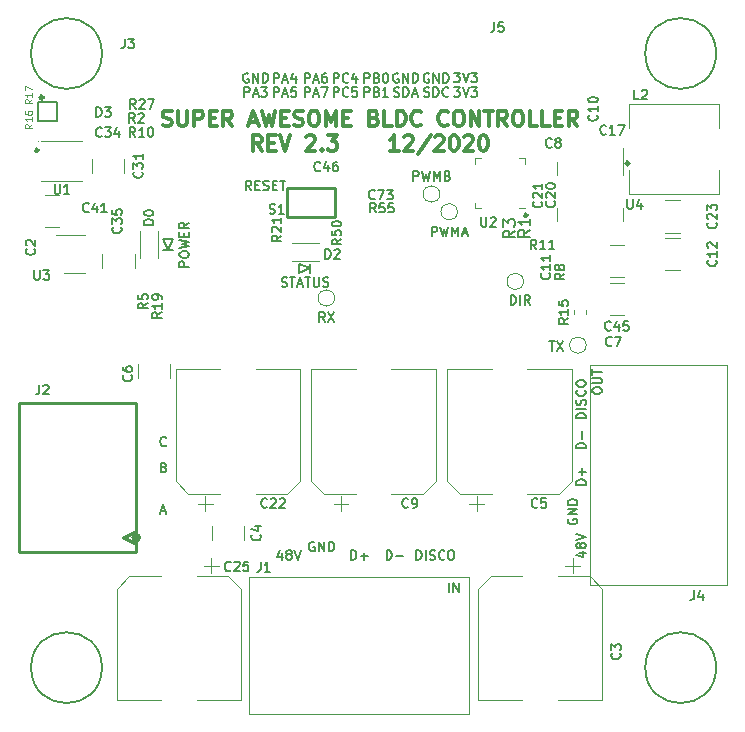
<source format=gbr>
G04 #@! TF.GenerationSoftware,KiCad,Pcbnew,5.99.0-unknown-dd374e12a~102~ubuntu20.04.1*
G04 #@! TF.CreationDate,2020-12-05T09:27:29-08:00*
G04 #@! TF.ProjectId,BLDC,424c4443-2e6b-4696-9361-645f70636258,rev?*
G04 #@! TF.SameCoordinates,Original*
G04 #@! TF.FileFunction,Legend,Top*
G04 #@! TF.FilePolarity,Positive*
%FSLAX46Y46*%
G04 Gerber Fmt 4.6, Leading zero omitted, Abs format (unit mm)*
G04 Created by KiCad (PCBNEW 5.99.0-unknown-dd374e12a~102~ubuntu20.04.1) date 2020-12-05 09:27:29*
%MOMM*%
%LPD*%
G01*
G04 APERTURE LIST*
%ADD10C,0.200000*%
%ADD11C,0.300000*%
%ADD12C,0.150000*%
%ADD13C,0.120000*%
%ADD14C,0.254000*%
G04 APERTURE END LIST*
D10*
X125500000Y-79000000D02*
G75*
G03*
X125500000Y-79000000I-3000000J0D01*
G01*
D11*
X170100000Y-88300000D02*
G75*
G03*
X170100000Y-88300000I-100000J0D01*
G01*
D12*
X142200000Y-97600000D02*
X142200000Y-96800000D01*
X143100000Y-97200000D02*
X142200000Y-97600000D01*
X142200000Y-96800000D02*
X143100000Y-97200000D01*
X143100000Y-97600000D02*
X143100000Y-96800000D01*
D11*
X161500000Y-92700000D02*
G75*
G03*
X161500000Y-92700000I-100000J0D01*
G01*
X120100000Y-87200000D02*
G75*
G03*
X120100000Y-87200000I-100000J0D01*
G01*
D12*
X131500000Y-94700000D02*
X131100000Y-95600000D01*
X130700000Y-95600000D02*
X131500000Y-95600000D01*
X130700000Y-94700000D02*
X131500000Y-94700000D01*
D10*
X177500000Y-79000000D02*
G75*
G03*
X177500000Y-79000000I-3000000J0D01*
G01*
X125500000Y-79000000D02*
G75*
G03*
X125500000Y-79000000I-3000000J0D01*
G01*
X177500000Y-131000000D02*
G75*
G03*
X177500000Y-131000000I-3000000J0D01*
G01*
X125500000Y-131000000D02*
G75*
G03*
X125500000Y-131000000I-3000000J0D01*
G01*
D12*
X131100000Y-95600000D02*
X130700000Y-94700000D01*
D11*
X130650000Y-85079690D02*
X130835714Y-85141595D01*
X131145238Y-85141595D01*
X131269047Y-85079690D01*
X131330952Y-85017785D01*
X131392857Y-84893976D01*
X131392857Y-84770166D01*
X131330952Y-84646357D01*
X131269047Y-84584452D01*
X131145238Y-84522547D01*
X130897619Y-84460642D01*
X130773809Y-84398738D01*
X130711904Y-84336833D01*
X130650000Y-84213023D01*
X130650000Y-84089214D01*
X130711904Y-83965404D01*
X130773809Y-83903500D01*
X130897619Y-83841595D01*
X131207142Y-83841595D01*
X131392857Y-83903500D01*
X131950000Y-83841595D02*
X131950000Y-84893976D01*
X132011904Y-85017785D01*
X132073809Y-85079690D01*
X132197619Y-85141595D01*
X132445238Y-85141595D01*
X132569047Y-85079690D01*
X132630952Y-85017785D01*
X132692857Y-84893976D01*
X132692857Y-83841595D01*
X133311904Y-85141595D02*
X133311904Y-83841595D01*
X133807142Y-83841595D01*
X133930952Y-83903500D01*
X133992857Y-83965404D01*
X134054761Y-84089214D01*
X134054761Y-84274928D01*
X133992857Y-84398738D01*
X133930952Y-84460642D01*
X133807142Y-84522547D01*
X133311904Y-84522547D01*
X134611904Y-84460642D02*
X135045238Y-84460642D01*
X135230952Y-85141595D02*
X134611904Y-85141595D01*
X134611904Y-83841595D01*
X135230952Y-83841595D01*
X136530952Y-85141595D02*
X136097619Y-84522547D01*
X135788095Y-85141595D02*
X135788095Y-83841595D01*
X136283333Y-83841595D01*
X136407142Y-83903500D01*
X136469047Y-83965404D01*
X136530952Y-84089214D01*
X136530952Y-84274928D01*
X136469047Y-84398738D01*
X136407142Y-84460642D01*
X136283333Y-84522547D01*
X135788095Y-84522547D01*
X138016666Y-84770166D02*
X138635714Y-84770166D01*
X137892857Y-85141595D02*
X138326190Y-83841595D01*
X138759523Y-85141595D01*
X139069047Y-83841595D02*
X139378571Y-85141595D01*
X139626190Y-84213023D01*
X139873809Y-85141595D01*
X140183333Y-83841595D01*
X140678571Y-84460642D02*
X141111904Y-84460642D01*
X141297619Y-85141595D02*
X140678571Y-85141595D01*
X140678571Y-83841595D01*
X141297619Y-83841595D01*
X141792857Y-85079690D02*
X141978571Y-85141595D01*
X142288095Y-85141595D01*
X142411904Y-85079690D01*
X142473809Y-85017785D01*
X142535714Y-84893976D01*
X142535714Y-84770166D01*
X142473809Y-84646357D01*
X142411904Y-84584452D01*
X142288095Y-84522547D01*
X142040476Y-84460642D01*
X141916666Y-84398738D01*
X141854761Y-84336833D01*
X141792857Y-84213023D01*
X141792857Y-84089214D01*
X141854761Y-83965404D01*
X141916666Y-83903500D01*
X142040476Y-83841595D01*
X142350000Y-83841595D01*
X142535714Y-83903500D01*
X143340476Y-83841595D02*
X143588095Y-83841595D01*
X143711904Y-83903500D01*
X143835714Y-84027309D01*
X143897619Y-84274928D01*
X143897619Y-84708261D01*
X143835714Y-84955880D01*
X143711904Y-85079690D01*
X143588095Y-85141595D01*
X143340476Y-85141595D01*
X143216666Y-85079690D01*
X143092857Y-84955880D01*
X143030952Y-84708261D01*
X143030952Y-84274928D01*
X143092857Y-84027309D01*
X143216666Y-83903500D01*
X143340476Y-83841595D01*
X144454761Y-85141595D02*
X144454761Y-83841595D01*
X144888095Y-84770166D01*
X145321428Y-83841595D01*
X145321428Y-85141595D01*
X145940476Y-84460642D02*
X146373809Y-84460642D01*
X146559523Y-85141595D02*
X145940476Y-85141595D01*
X145940476Y-83841595D01*
X146559523Y-83841595D01*
X148540476Y-84460642D02*
X148726190Y-84522547D01*
X148788095Y-84584452D01*
X148850000Y-84708261D01*
X148850000Y-84893976D01*
X148788095Y-85017785D01*
X148726190Y-85079690D01*
X148602380Y-85141595D01*
X148107142Y-85141595D01*
X148107142Y-83841595D01*
X148540476Y-83841595D01*
X148664285Y-83903500D01*
X148726190Y-83965404D01*
X148788095Y-84089214D01*
X148788095Y-84213023D01*
X148726190Y-84336833D01*
X148664285Y-84398738D01*
X148540476Y-84460642D01*
X148107142Y-84460642D01*
X150026190Y-85141595D02*
X149407142Y-85141595D01*
X149407142Y-83841595D01*
X150459523Y-85141595D02*
X150459523Y-83841595D01*
X150769047Y-83841595D01*
X150954761Y-83903500D01*
X151078571Y-84027309D01*
X151140476Y-84151119D01*
X151202380Y-84398738D01*
X151202380Y-84584452D01*
X151140476Y-84832071D01*
X151078571Y-84955880D01*
X150954761Y-85079690D01*
X150769047Y-85141595D01*
X150459523Y-85141595D01*
X152502380Y-85017785D02*
X152440476Y-85079690D01*
X152254761Y-85141595D01*
X152130952Y-85141595D01*
X151945238Y-85079690D01*
X151821428Y-84955880D01*
X151759523Y-84832071D01*
X151697619Y-84584452D01*
X151697619Y-84398738D01*
X151759523Y-84151119D01*
X151821428Y-84027309D01*
X151945238Y-83903500D01*
X152130952Y-83841595D01*
X152254761Y-83841595D01*
X152440476Y-83903500D01*
X152502380Y-83965404D01*
X154792857Y-85017785D02*
X154730952Y-85079690D01*
X154545238Y-85141595D01*
X154421428Y-85141595D01*
X154235714Y-85079690D01*
X154111904Y-84955880D01*
X154050000Y-84832071D01*
X153988095Y-84584452D01*
X153988095Y-84398738D01*
X154050000Y-84151119D01*
X154111904Y-84027309D01*
X154235714Y-83903500D01*
X154421428Y-83841595D01*
X154545238Y-83841595D01*
X154730952Y-83903500D01*
X154792857Y-83965404D01*
X155597619Y-83841595D02*
X155845238Y-83841595D01*
X155969047Y-83903500D01*
X156092857Y-84027309D01*
X156154761Y-84274928D01*
X156154761Y-84708261D01*
X156092857Y-84955880D01*
X155969047Y-85079690D01*
X155845238Y-85141595D01*
X155597619Y-85141595D01*
X155473809Y-85079690D01*
X155350000Y-84955880D01*
X155288095Y-84708261D01*
X155288095Y-84274928D01*
X155350000Y-84027309D01*
X155473809Y-83903500D01*
X155597619Y-83841595D01*
X156711904Y-85141595D02*
X156711904Y-83841595D01*
X157454761Y-85141595D01*
X157454761Y-83841595D01*
X157888095Y-83841595D02*
X158630952Y-83841595D01*
X158259523Y-85141595D02*
X158259523Y-83841595D01*
X159807142Y-85141595D02*
X159373809Y-84522547D01*
X159064285Y-85141595D02*
X159064285Y-83841595D01*
X159559523Y-83841595D01*
X159683333Y-83903500D01*
X159745238Y-83965404D01*
X159807142Y-84089214D01*
X159807142Y-84274928D01*
X159745238Y-84398738D01*
X159683333Y-84460642D01*
X159559523Y-84522547D01*
X159064285Y-84522547D01*
X160611904Y-83841595D02*
X160859523Y-83841595D01*
X160983333Y-83903500D01*
X161107142Y-84027309D01*
X161169047Y-84274928D01*
X161169047Y-84708261D01*
X161107142Y-84955880D01*
X160983333Y-85079690D01*
X160859523Y-85141595D01*
X160611904Y-85141595D01*
X160488095Y-85079690D01*
X160364285Y-84955880D01*
X160302380Y-84708261D01*
X160302380Y-84274928D01*
X160364285Y-84027309D01*
X160488095Y-83903500D01*
X160611904Y-83841595D01*
X162345238Y-85141595D02*
X161726190Y-85141595D01*
X161726190Y-83841595D01*
X163397619Y-85141595D02*
X162778571Y-85141595D01*
X162778571Y-83841595D01*
X163830952Y-84460642D02*
X164264285Y-84460642D01*
X164450000Y-85141595D02*
X163830952Y-85141595D01*
X163830952Y-83841595D01*
X164450000Y-83841595D01*
X165750000Y-85141595D02*
X165316666Y-84522547D01*
X165007142Y-85141595D02*
X165007142Y-83841595D01*
X165502380Y-83841595D01*
X165626190Y-83903500D01*
X165688095Y-83965404D01*
X165750000Y-84089214D01*
X165750000Y-84274928D01*
X165688095Y-84398738D01*
X165626190Y-84460642D01*
X165502380Y-84522547D01*
X165007142Y-84522547D01*
X139038095Y-87234595D02*
X138604761Y-86615547D01*
X138295238Y-87234595D02*
X138295238Y-85934595D01*
X138790476Y-85934595D01*
X138914285Y-85996500D01*
X138976190Y-86058404D01*
X139038095Y-86182214D01*
X139038095Y-86367928D01*
X138976190Y-86491738D01*
X138914285Y-86553642D01*
X138790476Y-86615547D01*
X138295238Y-86615547D01*
X139595238Y-86553642D02*
X140028571Y-86553642D01*
X140214285Y-87234595D02*
X139595238Y-87234595D01*
X139595238Y-85934595D01*
X140214285Y-85934595D01*
X140585714Y-85934595D02*
X141019047Y-87234595D01*
X141452380Y-85934595D01*
X142814285Y-86058404D02*
X142876190Y-85996500D01*
X143000000Y-85934595D01*
X143309523Y-85934595D01*
X143433333Y-85996500D01*
X143495238Y-86058404D01*
X143557142Y-86182214D01*
X143557142Y-86306023D01*
X143495238Y-86491738D01*
X142752380Y-87234595D01*
X143557142Y-87234595D01*
X144114285Y-87110785D02*
X144176190Y-87172690D01*
X144114285Y-87234595D01*
X144052380Y-87172690D01*
X144114285Y-87110785D01*
X144114285Y-87234595D01*
X144609523Y-85934595D02*
X145414285Y-85934595D01*
X144980952Y-86429833D01*
X145166666Y-86429833D01*
X145290476Y-86491738D01*
X145352380Y-86553642D01*
X145414285Y-86677452D01*
X145414285Y-86986976D01*
X145352380Y-87110785D01*
X145290476Y-87172690D01*
X145166666Y-87234595D01*
X144795238Y-87234595D01*
X144671428Y-87172690D01*
X144609523Y-87110785D01*
X150614285Y-87234595D02*
X149871428Y-87234595D01*
X150242857Y-87234595D02*
X150242857Y-85934595D01*
X150119047Y-86120309D01*
X149995238Y-86244119D01*
X149871428Y-86306023D01*
X151109523Y-86058404D02*
X151171428Y-85996500D01*
X151295238Y-85934595D01*
X151604761Y-85934595D01*
X151728571Y-85996500D01*
X151790476Y-86058404D01*
X151852380Y-86182214D01*
X151852380Y-86306023D01*
X151790476Y-86491738D01*
X151047619Y-87234595D01*
X151852380Y-87234595D01*
X153338095Y-85872690D02*
X152223809Y-87544119D01*
X153709523Y-86058404D02*
X153771428Y-85996500D01*
X153895238Y-85934595D01*
X154204761Y-85934595D01*
X154328571Y-85996500D01*
X154390476Y-86058404D01*
X154452380Y-86182214D01*
X154452380Y-86306023D01*
X154390476Y-86491738D01*
X153647619Y-87234595D01*
X154452380Y-87234595D01*
X155257142Y-85934595D02*
X155380952Y-85934595D01*
X155504761Y-85996500D01*
X155566666Y-86058404D01*
X155628571Y-86182214D01*
X155690476Y-86429833D01*
X155690476Y-86739357D01*
X155628571Y-86986976D01*
X155566666Y-87110785D01*
X155504761Y-87172690D01*
X155380952Y-87234595D01*
X155257142Y-87234595D01*
X155133333Y-87172690D01*
X155071428Y-87110785D01*
X155009523Y-86986976D01*
X154947619Y-86739357D01*
X154947619Y-86429833D01*
X155009523Y-86182214D01*
X155071428Y-86058404D01*
X155133333Y-85996500D01*
X155257142Y-85934595D01*
X156185714Y-86058404D02*
X156247619Y-85996500D01*
X156371428Y-85934595D01*
X156680952Y-85934595D01*
X156804761Y-85996500D01*
X156866666Y-86058404D01*
X156928571Y-86182214D01*
X156928571Y-86306023D01*
X156866666Y-86491738D01*
X156123809Y-87234595D01*
X156928571Y-87234595D01*
X157733333Y-85934595D02*
X157857142Y-85934595D01*
X157980952Y-85996500D01*
X158042857Y-86058404D01*
X158104761Y-86182214D01*
X158166666Y-86429833D01*
X158166666Y-86739357D01*
X158104761Y-86986976D01*
X158042857Y-87110785D01*
X157980952Y-87172690D01*
X157857142Y-87234595D01*
X157733333Y-87234595D01*
X157609523Y-87172690D01*
X157547619Y-87110785D01*
X157485714Y-86986976D01*
X157423809Y-86739357D01*
X157423809Y-86429833D01*
X157485714Y-86182214D01*
X157547619Y-86058404D01*
X157609523Y-85996500D01*
X157733333Y-85934595D01*
D12*
X167021904Y-107620000D02*
X167021904Y-107467619D01*
X167060000Y-107391428D01*
X167136190Y-107315238D01*
X167288571Y-107277142D01*
X167555238Y-107277142D01*
X167707619Y-107315238D01*
X167783809Y-107391428D01*
X167821904Y-107467619D01*
X167821904Y-107620000D01*
X167783809Y-107696190D01*
X167707619Y-107772380D01*
X167555238Y-107810476D01*
X167288571Y-107810476D01*
X167136190Y-107772380D01*
X167060000Y-107696190D01*
X167021904Y-107620000D01*
X167021904Y-106934285D02*
X167669523Y-106934285D01*
X167745714Y-106896190D01*
X167783809Y-106858095D01*
X167821904Y-106781904D01*
X167821904Y-106629523D01*
X167783809Y-106553333D01*
X167745714Y-106515238D01*
X167669523Y-106477142D01*
X167021904Y-106477142D01*
X167021904Y-106210476D02*
X167021904Y-105753333D01*
X167821904Y-105981904D02*
X167021904Y-105981904D01*
X154880952Y-124591904D02*
X154880952Y-123791904D01*
X155261904Y-124591904D02*
X155261904Y-123791904D01*
X155719047Y-124591904D01*
X155719047Y-123791904D01*
X143490476Y-120400000D02*
X143414285Y-120361904D01*
X143300000Y-120361904D01*
X143185714Y-120400000D01*
X143109523Y-120476190D01*
X143071428Y-120552380D01*
X143033333Y-120704761D01*
X143033333Y-120819047D01*
X143071428Y-120971428D01*
X143109523Y-121047619D01*
X143185714Y-121123809D01*
X143300000Y-121161904D01*
X143376190Y-121161904D01*
X143490476Y-121123809D01*
X143528571Y-121085714D01*
X143528571Y-120819047D01*
X143376190Y-120819047D01*
X143871428Y-121161904D02*
X143871428Y-120361904D01*
X144328571Y-121161904D01*
X144328571Y-120361904D01*
X144709523Y-121161904D02*
X144709523Y-120361904D01*
X144900000Y-120361904D01*
X145014285Y-120400000D01*
X145090476Y-120476190D01*
X145128571Y-120552380D01*
X145166666Y-120704761D01*
X145166666Y-120819047D01*
X145128571Y-120971428D01*
X145090476Y-121047619D01*
X145014285Y-121123809D01*
X144900000Y-121161904D01*
X144709523Y-121161904D01*
X146595238Y-121861904D02*
X146595238Y-121061904D01*
X146785714Y-121061904D01*
X146900000Y-121100000D01*
X146976190Y-121176190D01*
X147014285Y-121252380D01*
X147052380Y-121404761D01*
X147052380Y-121519047D01*
X147014285Y-121671428D01*
X146976190Y-121747619D01*
X146900000Y-121823809D01*
X146785714Y-121861904D01*
X146595238Y-121861904D01*
X147395238Y-121557142D02*
X148004761Y-121557142D01*
X147700000Y-121861904D02*
X147700000Y-121252380D01*
X149595238Y-121861904D02*
X149595238Y-121061904D01*
X149785714Y-121061904D01*
X149900000Y-121100000D01*
X149976190Y-121176190D01*
X150014285Y-121252380D01*
X150052380Y-121404761D01*
X150052380Y-121519047D01*
X150014285Y-121671428D01*
X149976190Y-121747619D01*
X149900000Y-121823809D01*
X149785714Y-121861904D01*
X149595238Y-121861904D01*
X150395238Y-121557142D02*
X151004761Y-121557142D01*
X152100000Y-121861904D02*
X152100000Y-121061904D01*
X152290476Y-121061904D01*
X152404761Y-121100000D01*
X152480952Y-121176190D01*
X152519047Y-121252380D01*
X152557142Y-121404761D01*
X152557142Y-121519047D01*
X152519047Y-121671428D01*
X152480952Y-121747619D01*
X152404761Y-121823809D01*
X152290476Y-121861904D01*
X152100000Y-121861904D01*
X152900000Y-121861904D02*
X152900000Y-121061904D01*
X153242857Y-121823809D02*
X153357142Y-121861904D01*
X153547619Y-121861904D01*
X153623809Y-121823809D01*
X153661904Y-121785714D01*
X153700000Y-121709523D01*
X153700000Y-121633333D01*
X153661904Y-121557142D01*
X153623809Y-121519047D01*
X153547619Y-121480952D01*
X153395238Y-121442857D01*
X153319047Y-121404761D01*
X153280952Y-121366666D01*
X153242857Y-121290476D01*
X153242857Y-121214285D01*
X153280952Y-121138095D01*
X153319047Y-121100000D01*
X153395238Y-121061904D01*
X153585714Y-121061904D01*
X153700000Y-121100000D01*
X154500000Y-121785714D02*
X154461904Y-121823809D01*
X154347619Y-121861904D01*
X154271428Y-121861904D01*
X154157142Y-121823809D01*
X154080952Y-121747619D01*
X154042857Y-121671428D01*
X154004761Y-121519047D01*
X154004761Y-121404761D01*
X154042857Y-121252380D01*
X154080952Y-121176190D01*
X154157142Y-121100000D01*
X154271428Y-121061904D01*
X154347619Y-121061904D01*
X154461904Y-121100000D01*
X154500000Y-121138095D01*
X154995238Y-121061904D02*
X155147619Y-121061904D01*
X155223809Y-121100000D01*
X155300000Y-121176190D01*
X155338095Y-121328571D01*
X155338095Y-121595238D01*
X155300000Y-121747619D01*
X155223809Y-121823809D01*
X155147619Y-121861904D01*
X154995238Y-121861904D01*
X154919047Y-121823809D01*
X154842857Y-121747619D01*
X154804761Y-121595238D01*
X154804761Y-121328571D01*
X154842857Y-121176190D01*
X154919047Y-121100000D01*
X154995238Y-121061904D01*
X165928571Y-121271428D02*
X166461904Y-121271428D01*
X165623809Y-121461904D02*
X166195238Y-121652380D01*
X166195238Y-121157142D01*
X166004761Y-120738095D02*
X165966666Y-120814285D01*
X165928571Y-120852380D01*
X165852380Y-120890476D01*
X165814285Y-120890476D01*
X165738095Y-120852380D01*
X165700000Y-120814285D01*
X165661904Y-120738095D01*
X165661904Y-120585714D01*
X165700000Y-120509523D01*
X165738095Y-120471428D01*
X165814285Y-120433333D01*
X165852380Y-120433333D01*
X165928571Y-120471428D01*
X165966666Y-120509523D01*
X166004761Y-120585714D01*
X166004761Y-120738095D01*
X166042857Y-120814285D01*
X166080952Y-120852380D01*
X166157142Y-120890476D01*
X166309523Y-120890476D01*
X166385714Y-120852380D01*
X166423809Y-120814285D01*
X166461904Y-120738095D01*
X166461904Y-120585714D01*
X166423809Y-120509523D01*
X166385714Y-120471428D01*
X166309523Y-120433333D01*
X166157142Y-120433333D01*
X166080952Y-120471428D01*
X166042857Y-120509523D01*
X166004761Y-120585714D01*
X165661904Y-120204761D02*
X166461904Y-119938095D01*
X165661904Y-119671428D01*
X165000000Y-118409523D02*
X164961904Y-118485714D01*
X164961904Y-118600000D01*
X165000000Y-118714285D01*
X165076190Y-118790476D01*
X165152380Y-118828571D01*
X165304761Y-118866666D01*
X165419047Y-118866666D01*
X165571428Y-118828571D01*
X165647619Y-118790476D01*
X165723809Y-118714285D01*
X165761904Y-118600000D01*
X165761904Y-118523809D01*
X165723809Y-118409523D01*
X165685714Y-118371428D01*
X165419047Y-118371428D01*
X165419047Y-118523809D01*
X165761904Y-118028571D02*
X164961904Y-118028571D01*
X165761904Y-117571428D01*
X164961904Y-117571428D01*
X165761904Y-117190476D02*
X164961904Y-117190476D01*
X164961904Y-117000000D01*
X165000000Y-116885714D01*
X165076190Y-116809523D01*
X165152380Y-116771428D01*
X165304761Y-116733333D01*
X165419047Y-116733333D01*
X165571428Y-116771428D01*
X165647619Y-116809523D01*
X165723809Y-116885714D01*
X165761904Y-117000000D01*
X165761904Y-117190476D01*
X166461904Y-115504761D02*
X165661904Y-115504761D01*
X165661904Y-115314285D01*
X165700000Y-115200000D01*
X165776190Y-115123809D01*
X165852380Y-115085714D01*
X166004761Y-115047619D01*
X166119047Y-115047619D01*
X166271428Y-115085714D01*
X166347619Y-115123809D01*
X166423809Y-115200000D01*
X166461904Y-115314285D01*
X166461904Y-115504761D01*
X166157142Y-114704761D02*
X166157142Y-114095238D01*
X166461904Y-114400000D02*
X165852380Y-114400000D01*
X166461904Y-112404761D02*
X165661904Y-112404761D01*
X165661904Y-112214285D01*
X165700000Y-112100000D01*
X165776190Y-112023809D01*
X165852380Y-111985714D01*
X166004761Y-111947619D01*
X166119047Y-111947619D01*
X166271428Y-111985714D01*
X166347619Y-112023809D01*
X166423809Y-112100000D01*
X166461904Y-112214285D01*
X166461904Y-112404761D01*
X166157142Y-111604761D02*
X166157142Y-110995238D01*
X166461904Y-109900000D02*
X165661904Y-109900000D01*
X165661904Y-109709523D01*
X165700000Y-109595238D01*
X165776190Y-109519047D01*
X165852380Y-109480952D01*
X166004761Y-109442857D01*
X166119047Y-109442857D01*
X166271428Y-109480952D01*
X166347619Y-109519047D01*
X166423809Y-109595238D01*
X166461904Y-109709523D01*
X166461904Y-109900000D01*
X166461904Y-109100000D02*
X165661904Y-109100000D01*
X166423809Y-108757142D02*
X166461904Y-108642857D01*
X166461904Y-108452380D01*
X166423809Y-108376190D01*
X166385714Y-108338095D01*
X166309523Y-108300000D01*
X166233333Y-108300000D01*
X166157142Y-108338095D01*
X166119047Y-108376190D01*
X166080952Y-108452380D01*
X166042857Y-108604761D01*
X166004761Y-108680952D01*
X165966666Y-108719047D01*
X165890476Y-108757142D01*
X165814285Y-108757142D01*
X165738095Y-108719047D01*
X165700000Y-108680952D01*
X165661904Y-108604761D01*
X165661904Y-108414285D01*
X165700000Y-108300000D01*
X166385714Y-107500000D02*
X166423809Y-107538095D01*
X166461904Y-107652380D01*
X166461904Y-107728571D01*
X166423809Y-107842857D01*
X166347619Y-107919047D01*
X166271428Y-107957142D01*
X166119047Y-107995238D01*
X166004761Y-107995238D01*
X165852380Y-107957142D01*
X165776190Y-107919047D01*
X165700000Y-107842857D01*
X165661904Y-107728571D01*
X165661904Y-107652380D01*
X165700000Y-107538095D01*
X165738095Y-107500000D01*
X165661904Y-107004761D02*
X165661904Y-106852380D01*
X165700000Y-106776190D01*
X165776190Y-106700000D01*
X165928571Y-106661904D01*
X166195238Y-106661904D01*
X166347619Y-106700000D01*
X166423809Y-106776190D01*
X166461904Y-106852380D01*
X166461904Y-107004761D01*
X166423809Y-107080952D01*
X166347619Y-107157142D01*
X166195238Y-107195238D01*
X165928571Y-107195238D01*
X165776190Y-107157142D01*
X165700000Y-107080952D01*
X165661904Y-107004761D01*
X130947619Y-112185714D02*
X130909523Y-112223809D01*
X130795238Y-112261904D01*
X130719047Y-112261904D01*
X130604761Y-112223809D01*
X130528571Y-112147619D01*
X130490476Y-112071428D01*
X130452380Y-111919047D01*
X130452380Y-111804761D01*
X130490476Y-111652380D01*
X130528571Y-111576190D01*
X130604761Y-111500000D01*
X130719047Y-111461904D01*
X130795238Y-111461904D01*
X130909523Y-111500000D01*
X130947619Y-111538095D01*
X130757142Y-114042857D02*
X130871428Y-114080952D01*
X130909523Y-114119047D01*
X130947619Y-114195238D01*
X130947619Y-114309523D01*
X130909523Y-114385714D01*
X130871428Y-114423809D01*
X130795238Y-114461904D01*
X130490476Y-114461904D01*
X130490476Y-113661904D01*
X130757142Y-113661904D01*
X130833333Y-113700000D01*
X130871428Y-113738095D01*
X130909523Y-113814285D01*
X130909523Y-113890476D01*
X130871428Y-113966666D01*
X130833333Y-114004761D01*
X130757142Y-114042857D01*
X130490476Y-114042857D01*
X130509523Y-117733333D02*
X130890476Y-117733333D01*
X130433333Y-117961904D02*
X130700000Y-117161904D01*
X130966666Y-117961904D01*
X144366666Y-101722904D02*
X144100000Y-101341952D01*
X143909523Y-101722904D02*
X143909523Y-100922904D01*
X144214285Y-100922904D01*
X144290476Y-100961000D01*
X144328571Y-100999095D01*
X144366666Y-101075285D01*
X144366666Y-101189571D01*
X144328571Y-101265761D01*
X144290476Y-101303857D01*
X144214285Y-101341952D01*
X143909523Y-101341952D01*
X144633333Y-100922904D02*
X145166666Y-101722904D01*
X145166666Y-100922904D02*
X144633333Y-101722904D01*
X160100000Y-100261904D02*
X160100000Y-99461904D01*
X160290476Y-99461904D01*
X160404761Y-99500000D01*
X160480952Y-99576190D01*
X160519047Y-99652380D01*
X160557142Y-99804761D01*
X160557142Y-99919047D01*
X160519047Y-100071428D01*
X160480952Y-100147619D01*
X160404761Y-100223809D01*
X160290476Y-100261904D01*
X160100000Y-100261904D01*
X160900000Y-100261904D02*
X160900000Y-99461904D01*
X161738095Y-100261904D02*
X161471428Y-99880952D01*
X161280952Y-100261904D02*
X161280952Y-99461904D01*
X161585714Y-99461904D01*
X161661904Y-99500000D01*
X161700000Y-99538095D01*
X161738095Y-99614285D01*
X161738095Y-99728571D01*
X161700000Y-99804761D01*
X161661904Y-99842857D01*
X161585714Y-99880952D01*
X161280952Y-99880952D01*
X151876190Y-89761904D02*
X151876190Y-88961904D01*
X152180952Y-88961904D01*
X152257142Y-89000000D01*
X152295238Y-89038095D01*
X152333333Y-89114285D01*
X152333333Y-89228571D01*
X152295238Y-89304761D01*
X152257142Y-89342857D01*
X152180952Y-89380952D01*
X151876190Y-89380952D01*
X152600000Y-88961904D02*
X152790476Y-89761904D01*
X152942857Y-89190476D01*
X153095238Y-89761904D01*
X153285714Y-88961904D01*
X153590476Y-89761904D02*
X153590476Y-88961904D01*
X153857142Y-89533333D01*
X154123809Y-88961904D01*
X154123809Y-89761904D01*
X154771428Y-89342857D02*
X154885714Y-89380952D01*
X154923809Y-89419047D01*
X154961904Y-89495238D01*
X154961904Y-89609523D01*
X154923809Y-89685714D01*
X154885714Y-89723809D01*
X154809523Y-89761904D01*
X154504761Y-89761904D01*
X154504761Y-88961904D01*
X154771428Y-88961904D01*
X154847619Y-89000000D01*
X154885714Y-89038095D01*
X154923809Y-89114285D01*
X154923809Y-89190476D01*
X154885714Y-89266666D01*
X154847619Y-89304761D01*
X154771428Y-89342857D01*
X154504761Y-89342857D01*
X153433333Y-94461904D02*
X153433333Y-93661904D01*
X153738095Y-93661904D01*
X153814285Y-93700000D01*
X153852380Y-93738095D01*
X153890476Y-93814285D01*
X153890476Y-93928571D01*
X153852380Y-94004761D01*
X153814285Y-94042857D01*
X153738095Y-94080952D01*
X153433333Y-94080952D01*
X154157142Y-93661904D02*
X154347619Y-94461904D01*
X154500000Y-93890476D01*
X154652380Y-94461904D01*
X154842857Y-93661904D01*
X155147619Y-94461904D02*
X155147619Y-93661904D01*
X155414285Y-94233333D01*
X155680952Y-93661904D01*
X155680952Y-94461904D01*
X156023809Y-94233333D02*
X156404761Y-94233333D01*
X155947619Y-94461904D02*
X156214285Y-93661904D01*
X156480952Y-94461904D01*
X155309523Y-80622904D02*
X155804761Y-80622904D01*
X155538095Y-80927666D01*
X155652380Y-80927666D01*
X155728571Y-80965761D01*
X155766666Y-81003857D01*
X155804761Y-81080047D01*
X155804761Y-81270523D01*
X155766666Y-81346714D01*
X155728571Y-81384809D01*
X155652380Y-81422904D01*
X155423809Y-81422904D01*
X155347619Y-81384809D01*
X155309523Y-81346714D01*
X156033333Y-80622904D02*
X156300000Y-81422904D01*
X156566666Y-80622904D01*
X156757142Y-80622904D02*
X157252380Y-80622904D01*
X156985714Y-80927666D01*
X157100000Y-80927666D01*
X157176190Y-80965761D01*
X157214285Y-81003857D01*
X157252380Y-81080047D01*
X157252380Y-81270523D01*
X157214285Y-81346714D01*
X157176190Y-81384809D01*
X157100000Y-81422904D01*
X156871428Y-81422904D01*
X156795238Y-81384809D01*
X156757142Y-81346714D01*
X155309523Y-81861904D02*
X155804761Y-81861904D01*
X155538095Y-82166666D01*
X155652380Y-82166666D01*
X155728571Y-82204761D01*
X155766666Y-82242857D01*
X155804761Y-82319047D01*
X155804761Y-82509523D01*
X155766666Y-82585714D01*
X155728571Y-82623809D01*
X155652380Y-82661904D01*
X155423809Y-82661904D01*
X155347619Y-82623809D01*
X155309523Y-82585714D01*
X156033333Y-81861904D02*
X156300000Y-82661904D01*
X156566666Y-81861904D01*
X156757142Y-81861904D02*
X157252380Y-81861904D01*
X156985714Y-82166666D01*
X157100000Y-82166666D01*
X157176190Y-82204761D01*
X157214285Y-82242857D01*
X157252380Y-82319047D01*
X157252380Y-82509523D01*
X157214285Y-82585714D01*
X157176190Y-82623809D01*
X157100000Y-82661904D01*
X156871428Y-82661904D01*
X156795238Y-82623809D01*
X156757142Y-82585714D01*
X153190476Y-80700000D02*
X153114285Y-80661904D01*
X153000000Y-80661904D01*
X152885714Y-80700000D01*
X152809523Y-80776190D01*
X152771428Y-80852380D01*
X152733333Y-81004761D01*
X152733333Y-81119047D01*
X152771428Y-81271428D01*
X152809523Y-81347619D01*
X152885714Y-81423809D01*
X153000000Y-81461904D01*
X153076190Y-81461904D01*
X153190476Y-81423809D01*
X153228571Y-81385714D01*
X153228571Y-81119047D01*
X153076190Y-81119047D01*
X153571428Y-81461904D02*
X153571428Y-80661904D01*
X154028571Y-81461904D01*
X154028571Y-80661904D01*
X154409523Y-81461904D02*
X154409523Y-80661904D01*
X154600000Y-80661904D01*
X154714285Y-80700000D01*
X154790476Y-80776190D01*
X154828571Y-80852380D01*
X154866666Y-81004761D01*
X154866666Y-81119047D01*
X154828571Y-81271428D01*
X154790476Y-81347619D01*
X154714285Y-81423809D01*
X154600000Y-81461904D01*
X154409523Y-81461904D01*
X152771428Y-82623809D02*
X152885714Y-82661904D01*
X153076190Y-82661904D01*
X153152380Y-82623809D01*
X153190476Y-82585714D01*
X153228571Y-82509523D01*
X153228571Y-82433333D01*
X153190476Y-82357142D01*
X153152380Y-82319047D01*
X153076190Y-82280952D01*
X152923809Y-82242857D01*
X152847619Y-82204761D01*
X152809523Y-82166666D01*
X152771428Y-82090476D01*
X152771428Y-82014285D01*
X152809523Y-81938095D01*
X152847619Y-81900000D01*
X152923809Y-81861904D01*
X153114285Y-81861904D01*
X153228571Y-81900000D01*
X153571428Y-82661904D02*
X153571428Y-81861904D01*
X153761904Y-81861904D01*
X153876190Y-81900000D01*
X153952380Y-81976190D01*
X153990476Y-82052380D01*
X154028571Y-82204761D01*
X154028571Y-82319047D01*
X153990476Y-82471428D01*
X153952380Y-82547619D01*
X153876190Y-82623809D01*
X153761904Y-82661904D01*
X153571428Y-82661904D01*
X154828571Y-82585714D02*
X154790476Y-82623809D01*
X154676190Y-82661904D01*
X154600000Y-82661904D01*
X154485714Y-82623809D01*
X154409523Y-82547619D01*
X154371428Y-82471428D01*
X154333333Y-82319047D01*
X154333333Y-82204761D01*
X154371428Y-82052380D01*
X154409523Y-81976190D01*
X154485714Y-81900000D01*
X154600000Y-81861904D01*
X154676190Y-81861904D01*
X154790476Y-81900000D01*
X154828571Y-81938095D01*
X150590476Y-80700000D02*
X150514285Y-80661904D01*
X150400000Y-80661904D01*
X150285714Y-80700000D01*
X150209523Y-80776190D01*
X150171428Y-80852380D01*
X150133333Y-81004761D01*
X150133333Y-81119047D01*
X150171428Y-81271428D01*
X150209523Y-81347619D01*
X150285714Y-81423809D01*
X150400000Y-81461904D01*
X150476190Y-81461904D01*
X150590476Y-81423809D01*
X150628571Y-81385714D01*
X150628571Y-81119047D01*
X150476190Y-81119047D01*
X150971428Y-81461904D02*
X150971428Y-80661904D01*
X151428571Y-81461904D01*
X151428571Y-80661904D01*
X151809523Y-81461904D02*
X151809523Y-80661904D01*
X152000000Y-80661904D01*
X152114285Y-80700000D01*
X152190476Y-80776190D01*
X152228571Y-80852380D01*
X152266666Y-81004761D01*
X152266666Y-81119047D01*
X152228571Y-81271428D01*
X152190476Y-81347619D01*
X152114285Y-81423809D01*
X152000000Y-81461904D01*
X151809523Y-81461904D01*
X150228571Y-82623809D02*
X150342857Y-82661904D01*
X150533333Y-82661904D01*
X150609523Y-82623809D01*
X150647619Y-82585714D01*
X150685714Y-82509523D01*
X150685714Y-82433333D01*
X150647619Y-82357142D01*
X150609523Y-82319047D01*
X150533333Y-82280952D01*
X150380952Y-82242857D01*
X150304761Y-82204761D01*
X150266666Y-82166666D01*
X150228571Y-82090476D01*
X150228571Y-82014285D01*
X150266666Y-81938095D01*
X150304761Y-81900000D01*
X150380952Y-81861904D01*
X150571428Y-81861904D01*
X150685714Y-81900000D01*
X151028571Y-82661904D02*
X151028571Y-81861904D01*
X151219047Y-81861904D01*
X151333333Y-81900000D01*
X151409523Y-81976190D01*
X151447619Y-82052380D01*
X151485714Y-82204761D01*
X151485714Y-82319047D01*
X151447619Y-82471428D01*
X151409523Y-82547619D01*
X151333333Y-82623809D01*
X151219047Y-82661904D01*
X151028571Y-82661904D01*
X151790476Y-82433333D02*
X152171428Y-82433333D01*
X151714285Y-82661904D02*
X151980952Y-81861904D01*
X152247619Y-82661904D01*
X147709523Y-81461904D02*
X147709523Y-80661904D01*
X148014285Y-80661904D01*
X148090476Y-80700000D01*
X148128571Y-80738095D01*
X148166666Y-80814285D01*
X148166666Y-80928571D01*
X148128571Y-81004761D01*
X148090476Y-81042857D01*
X148014285Y-81080952D01*
X147709523Y-81080952D01*
X148776190Y-81042857D02*
X148890476Y-81080952D01*
X148928571Y-81119047D01*
X148966666Y-81195238D01*
X148966666Y-81309523D01*
X148928571Y-81385714D01*
X148890476Y-81423809D01*
X148814285Y-81461904D01*
X148509523Y-81461904D01*
X148509523Y-80661904D01*
X148776190Y-80661904D01*
X148852380Y-80700000D01*
X148890476Y-80738095D01*
X148928571Y-80814285D01*
X148928571Y-80890476D01*
X148890476Y-80966666D01*
X148852380Y-81004761D01*
X148776190Y-81042857D01*
X148509523Y-81042857D01*
X149461904Y-80661904D02*
X149538095Y-80661904D01*
X149614285Y-80700000D01*
X149652380Y-80738095D01*
X149690476Y-80814285D01*
X149728571Y-80966666D01*
X149728571Y-81157142D01*
X149690476Y-81309523D01*
X149652380Y-81385714D01*
X149614285Y-81423809D01*
X149538095Y-81461904D01*
X149461904Y-81461904D01*
X149385714Y-81423809D01*
X149347619Y-81385714D01*
X149309523Y-81309523D01*
X149271428Y-81157142D01*
X149271428Y-80966666D01*
X149309523Y-80814285D01*
X149347619Y-80738095D01*
X149385714Y-80700000D01*
X149461904Y-80661904D01*
X147709523Y-82661904D02*
X147709523Y-81861904D01*
X148014285Y-81861904D01*
X148090476Y-81900000D01*
X148128571Y-81938095D01*
X148166666Y-82014285D01*
X148166666Y-82128571D01*
X148128571Y-82204761D01*
X148090476Y-82242857D01*
X148014285Y-82280952D01*
X147709523Y-82280952D01*
X148776190Y-82242857D02*
X148890476Y-82280952D01*
X148928571Y-82319047D01*
X148966666Y-82395238D01*
X148966666Y-82509523D01*
X148928571Y-82585714D01*
X148890476Y-82623809D01*
X148814285Y-82661904D01*
X148509523Y-82661904D01*
X148509523Y-81861904D01*
X148776190Y-81861904D01*
X148852380Y-81900000D01*
X148890476Y-81938095D01*
X148928571Y-82014285D01*
X148928571Y-82090476D01*
X148890476Y-82166666D01*
X148852380Y-82204761D01*
X148776190Y-82242857D01*
X148509523Y-82242857D01*
X149728571Y-82661904D02*
X149271428Y-82661904D01*
X149500000Y-82661904D02*
X149500000Y-81861904D01*
X149423809Y-81976190D01*
X149347619Y-82052380D01*
X149271428Y-82090476D01*
X145109523Y-82661904D02*
X145109523Y-81861904D01*
X145414285Y-81861904D01*
X145490476Y-81900000D01*
X145528571Y-81938095D01*
X145566666Y-82014285D01*
X145566666Y-82128571D01*
X145528571Y-82204761D01*
X145490476Y-82242857D01*
X145414285Y-82280952D01*
X145109523Y-82280952D01*
X146366666Y-82585714D02*
X146328571Y-82623809D01*
X146214285Y-82661904D01*
X146138095Y-82661904D01*
X146023809Y-82623809D01*
X145947619Y-82547619D01*
X145909523Y-82471428D01*
X145871428Y-82319047D01*
X145871428Y-82204761D01*
X145909523Y-82052380D01*
X145947619Y-81976190D01*
X146023809Y-81900000D01*
X146138095Y-81861904D01*
X146214285Y-81861904D01*
X146328571Y-81900000D01*
X146366666Y-81938095D01*
X147090476Y-81861904D02*
X146709523Y-81861904D01*
X146671428Y-82242857D01*
X146709523Y-82204761D01*
X146785714Y-82166666D01*
X146976190Y-82166666D01*
X147052380Y-82204761D01*
X147090476Y-82242857D01*
X147128571Y-82319047D01*
X147128571Y-82509523D01*
X147090476Y-82585714D01*
X147052380Y-82623809D01*
X146976190Y-82661904D01*
X146785714Y-82661904D01*
X146709523Y-82623809D01*
X146671428Y-82585714D01*
X145109523Y-81461904D02*
X145109523Y-80661904D01*
X145414285Y-80661904D01*
X145490476Y-80700000D01*
X145528571Y-80738095D01*
X145566666Y-80814285D01*
X145566666Y-80928571D01*
X145528571Y-81004761D01*
X145490476Y-81042857D01*
X145414285Y-81080952D01*
X145109523Y-81080952D01*
X146366666Y-81385714D02*
X146328571Y-81423809D01*
X146214285Y-81461904D01*
X146138095Y-81461904D01*
X146023809Y-81423809D01*
X145947619Y-81347619D01*
X145909523Y-81271428D01*
X145871428Y-81119047D01*
X145871428Y-81004761D01*
X145909523Y-80852380D01*
X145947619Y-80776190D01*
X146023809Y-80700000D01*
X146138095Y-80661904D01*
X146214285Y-80661904D01*
X146328571Y-80700000D01*
X146366666Y-80738095D01*
X147052380Y-80928571D02*
X147052380Y-81461904D01*
X146861904Y-80623809D02*
X146671428Y-81195238D01*
X147166666Y-81195238D01*
X142666666Y-82661904D02*
X142666666Y-81861904D01*
X142971428Y-81861904D01*
X143047619Y-81900000D01*
X143085714Y-81938095D01*
X143123809Y-82014285D01*
X143123809Y-82128571D01*
X143085714Y-82204761D01*
X143047619Y-82242857D01*
X142971428Y-82280952D01*
X142666666Y-82280952D01*
X143428571Y-82433333D02*
X143809523Y-82433333D01*
X143352380Y-82661904D02*
X143619047Y-81861904D01*
X143885714Y-82661904D01*
X144076190Y-81861904D02*
X144609523Y-81861904D01*
X144266666Y-82661904D01*
X142666666Y-81461904D02*
X142666666Y-80661904D01*
X142971428Y-80661904D01*
X143047619Y-80700000D01*
X143085714Y-80738095D01*
X143123809Y-80814285D01*
X143123809Y-80928571D01*
X143085714Y-81004761D01*
X143047619Y-81042857D01*
X142971428Y-81080952D01*
X142666666Y-81080952D01*
X143428571Y-81233333D02*
X143809523Y-81233333D01*
X143352380Y-81461904D02*
X143619047Y-80661904D01*
X143885714Y-81461904D01*
X144495238Y-80661904D02*
X144342857Y-80661904D01*
X144266666Y-80700000D01*
X144228571Y-80738095D01*
X144152380Y-80852380D01*
X144114285Y-81004761D01*
X144114285Y-81309523D01*
X144152380Y-81385714D01*
X144190476Y-81423809D01*
X144266666Y-81461904D01*
X144419047Y-81461904D01*
X144495238Y-81423809D01*
X144533333Y-81385714D01*
X144571428Y-81309523D01*
X144571428Y-81119047D01*
X144533333Y-81042857D01*
X144495238Y-81004761D01*
X144419047Y-80966666D01*
X144266666Y-80966666D01*
X144190476Y-81004761D01*
X144152380Y-81042857D01*
X144114285Y-81119047D01*
X140066666Y-81461904D02*
X140066666Y-80661904D01*
X140371428Y-80661904D01*
X140447619Y-80700000D01*
X140485714Y-80738095D01*
X140523809Y-80814285D01*
X140523809Y-80928571D01*
X140485714Y-81004761D01*
X140447619Y-81042857D01*
X140371428Y-81080952D01*
X140066666Y-81080952D01*
X140828571Y-81233333D02*
X141209523Y-81233333D01*
X140752380Y-81461904D02*
X141019047Y-80661904D01*
X141285714Y-81461904D01*
X141895238Y-80928571D02*
X141895238Y-81461904D01*
X141704761Y-80623809D02*
X141514285Y-81195238D01*
X142009523Y-81195238D01*
X140066666Y-82661904D02*
X140066666Y-81861904D01*
X140371428Y-81861904D01*
X140447619Y-81900000D01*
X140485714Y-81938095D01*
X140523809Y-82014285D01*
X140523809Y-82128571D01*
X140485714Y-82204761D01*
X140447619Y-82242857D01*
X140371428Y-82280952D01*
X140066666Y-82280952D01*
X140828571Y-82433333D02*
X141209523Y-82433333D01*
X140752380Y-82661904D02*
X141019047Y-81861904D01*
X141285714Y-82661904D01*
X141933333Y-81861904D02*
X141552380Y-81861904D01*
X141514285Y-82242857D01*
X141552380Y-82204761D01*
X141628571Y-82166666D01*
X141819047Y-82166666D01*
X141895238Y-82204761D01*
X141933333Y-82242857D01*
X141971428Y-82319047D01*
X141971428Y-82509523D01*
X141933333Y-82585714D01*
X141895238Y-82623809D01*
X141819047Y-82661904D01*
X141628571Y-82661904D01*
X141552380Y-82623809D01*
X141514285Y-82585714D01*
X137890476Y-80700000D02*
X137814285Y-80661904D01*
X137700000Y-80661904D01*
X137585714Y-80700000D01*
X137509523Y-80776190D01*
X137471428Y-80852380D01*
X137433333Y-81004761D01*
X137433333Y-81119047D01*
X137471428Y-81271428D01*
X137509523Y-81347619D01*
X137585714Y-81423809D01*
X137700000Y-81461904D01*
X137776190Y-81461904D01*
X137890476Y-81423809D01*
X137928571Y-81385714D01*
X137928571Y-81119047D01*
X137776190Y-81119047D01*
X138271428Y-81461904D02*
X138271428Y-80661904D01*
X138728571Y-81461904D01*
X138728571Y-80661904D01*
X139109523Y-81461904D02*
X139109523Y-80661904D01*
X139300000Y-80661904D01*
X139414285Y-80700000D01*
X139490476Y-80776190D01*
X139528571Y-80852380D01*
X139566666Y-81004761D01*
X139566666Y-81119047D01*
X139528571Y-81271428D01*
X139490476Y-81347619D01*
X139414285Y-81423809D01*
X139300000Y-81461904D01*
X139109523Y-81461904D01*
X137566666Y-82661904D02*
X137566666Y-81861904D01*
X137871428Y-81861904D01*
X137947619Y-81900000D01*
X137985714Y-81938095D01*
X138023809Y-82014285D01*
X138023809Y-82128571D01*
X137985714Y-82204761D01*
X137947619Y-82242857D01*
X137871428Y-82280952D01*
X137566666Y-82280952D01*
X138328571Y-82433333D02*
X138709523Y-82433333D01*
X138252380Y-82661904D02*
X138519047Y-81861904D01*
X138785714Y-82661904D01*
X138976190Y-81861904D02*
X139471428Y-81861904D01*
X139204761Y-82166666D01*
X139319047Y-82166666D01*
X139395238Y-82204761D01*
X139433333Y-82242857D01*
X139471428Y-82319047D01*
X139471428Y-82509523D01*
X139433333Y-82585714D01*
X139395238Y-82623809D01*
X139319047Y-82661904D01*
X139090476Y-82661904D01*
X139014285Y-82623809D01*
X138976190Y-82585714D01*
X140719047Y-98723809D02*
X140833333Y-98761904D01*
X141023809Y-98761904D01*
X141100000Y-98723809D01*
X141138095Y-98685714D01*
X141176190Y-98609523D01*
X141176190Y-98533333D01*
X141138095Y-98457142D01*
X141100000Y-98419047D01*
X141023809Y-98380952D01*
X140871428Y-98342857D01*
X140795238Y-98304761D01*
X140757142Y-98266666D01*
X140719047Y-98190476D01*
X140719047Y-98114285D01*
X140757142Y-98038095D01*
X140795238Y-98000000D01*
X140871428Y-97961904D01*
X141061904Y-97961904D01*
X141176190Y-98000000D01*
X141404761Y-97961904D02*
X141861904Y-97961904D01*
X141633333Y-98761904D02*
X141633333Y-97961904D01*
X142090476Y-98533333D02*
X142471428Y-98533333D01*
X142014285Y-98761904D02*
X142280952Y-97961904D01*
X142547619Y-98761904D01*
X142700000Y-97961904D02*
X143157142Y-97961904D01*
X142928571Y-98761904D02*
X142928571Y-97961904D01*
X143423809Y-97961904D02*
X143423809Y-98609523D01*
X143461904Y-98685714D01*
X143500000Y-98723809D01*
X143576190Y-98761904D01*
X143728571Y-98761904D01*
X143804761Y-98723809D01*
X143842857Y-98685714D01*
X143880952Y-98609523D01*
X143880952Y-97961904D01*
X144223809Y-98723809D02*
X144338095Y-98761904D01*
X144528571Y-98761904D01*
X144604761Y-98723809D01*
X144642857Y-98685714D01*
X144680952Y-98609523D01*
X144680952Y-98533333D01*
X144642857Y-98457142D01*
X144604761Y-98419047D01*
X144528571Y-98380952D01*
X144376190Y-98342857D01*
X144300000Y-98304761D01*
X144261904Y-98266666D01*
X144223809Y-98190476D01*
X144223809Y-98114285D01*
X144261904Y-98038095D01*
X144300000Y-98000000D01*
X144376190Y-97961904D01*
X144566666Y-97961904D01*
X144680952Y-98000000D01*
X132861904Y-97047619D02*
X132061904Y-97047619D01*
X132061904Y-96742857D01*
X132100000Y-96666666D01*
X132138095Y-96628571D01*
X132214285Y-96590476D01*
X132328571Y-96590476D01*
X132404761Y-96628571D01*
X132442857Y-96666666D01*
X132480952Y-96742857D01*
X132480952Y-97047619D01*
X132061904Y-96095238D02*
X132061904Y-95942857D01*
X132100000Y-95866666D01*
X132176190Y-95790476D01*
X132328571Y-95752380D01*
X132595238Y-95752380D01*
X132747619Y-95790476D01*
X132823809Y-95866666D01*
X132861904Y-95942857D01*
X132861904Y-96095238D01*
X132823809Y-96171428D01*
X132747619Y-96247619D01*
X132595238Y-96285714D01*
X132328571Y-96285714D01*
X132176190Y-96247619D01*
X132100000Y-96171428D01*
X132061904Y-96095238D01*
X132061904Y-95485714D02*
X132861904Y-95295238D01*
X132290476Y-95142857D01*
X132861904Y-94990476D01*
X132061904Y-94800000D01*
X132442857Y-94495238D02*
X132442857Y-94228571D01*
X132861904Y-94114285D02*
X132861904Y-94495238D01*
X132061904Y-94495238D01*
X132061904Y-94114285D01*
X132861904Y-93314285D02*
X132480952Y-93580952D01*
X132861904Y-93771428D02*
X132061904Y-93771428D01*
X132061904Y-93466666D01*
X132100000Y-93390476D01*
X132138095Y-93352380D01*
X132214285Y-93314285D01*
X132328571Y-93314285D01*
X132404761Y-93352380D01*
X132442857Y-93390476D01*
X132480952Y-93466666D01*
X132480952Y-93771428D01*
X163390476Y-103361904D02*
X163847619Y-103361904D01*
X163619047Y-104161904D02*
X163619047Y-103361904D01*
X164038095Y-103361904D02*
X164571428Y-104161904D01*
X164571428Y-103361904D02*
X164038095Y-104161904D01*
X138138095Y-90561904D02*
X137871428Y-90180952D01*
X137680952Y-90561904D02*
X137680952Y-89761904D01*
X137985714Y-89761904D01*
X138061904Y-89800000D01*
X138100000Y-89838095D01*
X138138095Y-89914285D01*
X138138095Y-90028571D01*
X138100000Y-90104761D01*
X138061904Y-90142857D01*
X137985714Y-90180952D01*
X137680952Y-90180952D01*
X138480952Y-90142857D02*
X138747619Y-90142857D01*
X138861904Y-90561904D02*
X138480952Y-90561904D01*
X138480952Y-89761904D01*
X138861904Y-89761904D01*
X139166666Y-90523809D02*
X139280952Y-90561904D01*
X139471428Y-90561904D01*
X139547619Y-90523809D01*
X139585714Y-90485714D01*
X139623809Y-90409523D01*
X139623809Y-90333333D01*
X139585714Y-90257142D01*
X139547619Y-90219047D01*
X139471428Y-90180952D01*
X139319047Y-90142857D01*
X139242857Y-90104761D01*
X139204761Y-90066666D01*
X139166666Y-89990476D01*
X139166666Y-89914285D01*
X139204761Y-89838095D01*
X139242857Y-89800000D01*
X139319047Y-89761904D01*
X139509523Y-89761904D01*
X139623809Y-89800000D01*
X139966666Y-90142857D02*
X140233333Y-90142857D01*
X140347619Y-90561904D02*
X139966666Y-90561904D01*
X139966666Y-89761904D01*
X140347619Y-89761904D01*
X140576190Y-89761904D02*
X141033333Y-89761904D01*
X140804761Y-90561904D02*
X140804761Y-89761904D01*
X140728571Y-121328571D02*
X140728571Y-121861904D01*
X140538095Y-121023809D02*
X140347619Y-121595238D01*
X140842857Y-121595238D01*
X141261904Y-121404761D02*
X141185714Y-121366666D01*
X141147619Y-121328571D01*
X141109523Y-121252380D01*
X141109523Y-121214285D01*
X141147619Y-121138095D01*
X141185714Y-121100000D01*
X141261904Y-121061904D01*
X141414285Y-121061904D01*
X141490476Y-121100000D01*
X141528571Y-121138095D01*
X141566666Y-121214285D01*
X141566666Y-121252380D01*
X141528571Y-121328571D01*
X141490476Y-121366666D01*
X141414285Y-121404761D01*
X141261904Y-121404761D01*
X141185714Y-121442857D01*
X141147619Y-121480952D01*
X141109523Y-121557142D01*
X141109523Y-121709523D01*
X141147619Y-121785714D01*
X141185714Y-121823809D01*
X141261904Y-121861904D01*
X141414285Y-121861904D01*
X141490476Y-121823809D01*
X141528571Y-121785714D01*
X141566666Y-121709523D01*
X141566666Y-121557142D01*
X141528571Y-121480952D01*
X141490476Y-121442857D01*
X141414285Y-121404761D01*
X141795238Y-121061904D02*
X142061904Y-121861904D01*
X142328571Y-121061904D01*
X148685714Y-92461904D02*
X148419047Y-92080952D01*
X148228571Y-92461904D02*
X148228571Y-91661904D01*
X148533333Y-91661904D01*
X148609523Y-91700000D01*
X148647619Y-91738095D01*
X148685714Y-91814285D01*
X148685714Y-91928571D01*
X148647619Y-92004761D01*
X148609523Y-92042857D01*
X148533333Y-92080952D01*
X148228571Y-92080952D01*
X149409523Y-91661904D02*
X149028571Y-91661904D01*
X148990476Y-92042857D01*
X149028571Y-92004761D01*
X149104761Y-91966666D01*
X149295238Y-91966666D01*
X149371428Y-92004761D01*
X149409523Y-92042857D01*
X149447619Y-92119047D01*
X149447619Y-92309523D01*
X149409523Y-92385714D01*
X149371428Y-92423809D01*
X149295238Y-92461904D01*
X149104761Y-92461904D01*
X149028571Y-92423809D01*
X148990476Y-92385714D01*
X150171428Y-91661904D02*
X149790476Y-91661904D01*
X149752380Y-92042857D01*
X149790476Y-92004761D01*
X149866666Y-91966666D01*
X150057142Y-91966666D01*
X150133333Y-92004761D01*
X150171428Y-92042857D01*
X150209523Y-92119047D01*
X150209523Y-92309523D01*
X150171428Y-92385714D01*
X150133333Y-92423809D01*
X150057142Y-92461904D01*
X149866666Y-92461904D01*
X149790476Y-92423809D01*
X149752380Y-92385714D01*
X148585714Y-91285714D02*
X148547619Y-91323809D01*
X148433333Y-91361904D01*
X148357142Y-91361904D01*
X148242857Y-91323809D01*
X148166666Y-91247619D01*
X148128571Y-91171428D01*
X148090476Y-91019047D01*
X148090476Y-90904761D01*
X148128571Y-90752380D01*
X148166666Y-90676190D01*
X148242857Y-90600000D01*
X148357142Y-90561904D01*
X148433333Y-90561904D01*
X148547619Y-90600000D01*
X148585714Y-90638095D01*
X148852380Y-90561904D02*
X149385714Y-90561904D01*
X149042857Y-91361904D01*
X149614285Y-90561904D02*
X150109523Y-90561904D01*
X149842857Y-90866666D01*
X149957142Y-90866666D01*
X150033333Y-90904761D01*
X150071428Y-90942857D01*
X150109523Y-91019047D01*
X150109523Y-91209523D01*
X150071428Y-91285714D01*
X150033333Y-91323809D01*
X149957142Y-91361904D01*
X149728571Y-91361904D01*
X149652380Y-91323809D01*
X149614285Y-91285714D01*
X120208333Y-107061904D02*
X120208333Y-107633333D01*
X120170238Y-107747619D01*
X120094047Y-107823809D01*
X119979761Y-107861904D01*
X119903571Y-107861904D01*
X120551190Y-107138095D02*
X120589285Y-107100000D01*
X120665476Y-107061904D01*
X120855952Y-107061904D01*
X120932142Y-107100000D01*
X120970238Y-107138095D01*
X121008333Y-107214285D01*
X121008333Y-107290476D01*
X120970238Y-107404761D01*
X120513095Y-107861904D01*
X121008333Y-107861904D01*
X119790476Y-97361904D02*
X119790476Y-98009523D01*
X119828571Y-98085714D01*
X119866666Y-98123809D01*
X119942857Y-98161904D01*
X120095238Y-98161904D01*
X120171428Y-98123809D01*
X120209523Y-98085714D01*
X120247619Y-98009523D01*
X120247619Y-97361904D01*
X120552380Y-97361904D02*
X121047619Y-97361904D01*
X120780952Y-97666666D01*
X120895238Y-97666666D01*
X120971428Y-97704761D01*
X121009523Y-97742857D01*
X121047619Y-97819047D01*
X121047619Y-98009523D01*
X121009523Y-98085714D01*
X120971428Y-98123809D01*
X120895238Y-98161904D01*
X120666666Y-98161904D01*
X120590476Y-98123809D01*
X120552380Y-98085714D01*
X129861904Y-93490476D02*
X129061904Y-93490476D01*
X129061904Y-93300000D01*
X129100000Y-93185714D01*
X129176190Y-93109523D01*
X129252380Y-93071428D01*
X129404761Y-93033333D01*
X129519047Y-93033333D01*
X129671428Y-93071428D01*
X129747619Y-93109523D01*
X129823809Y-93185714D01*
X129861904Y-93300000D01*
X129861904Y-93490476D01*
X129061904Y-92538095D02*
X129061904Y-92461904D01*
X129100000Y-92385714D01*
X129138095Y-92347619D01*
X129214285Y-92309523D01*
X129366666Y-92271428D01*
X129557142Y-92271428D01*
X129709523Y-92309523D01*
X129785714Y-92347619D01*
X129823809Y-92385714D01*
X129861904Y-92461904D01*
X129861904Y-92538095D01*
X129823809Y-92614285D01*
X129785714Y-92652380D01*
X129709523Y-92690476D01*
X129557142Y-92728571D01*
X129366666Y-92728571D01*
X129214285Y-92690476D01*
X129138095Y-92652380D01*
X129100000Y-92614285D01*
X129061904Y-92538095D01*
X130561904Y-100914285D02*
X130180952Y-101180952D01*
X130561904Y-101371428D02*
X129761904Y-101371428D01*
X129761904Y-101066666D01*
X129800000Y-100990476D01*
X129838095Y-100952380D01*
X129914285Y-100914285D01*
X130028571Y-100914285D01*
X130104761Y-100952380D01*
X130142857Y-100990476D01*
X130180952Y-101066666D01*
X130180952Y-101371428D01*
X130561904Y-100152380D02*
X130561904Y-100609523D01*
X130561904Y-100380952D02*
X129761904Y-100380952D01*
X129876190Y-100457142D01*
X129952380Y-100533333D01*
X129990476Y-100609523D01*
X130561904Y-99771428D02*
X130561904Y-99619047D01*
X130523809Y-99542857D01*
X130485714Y-99504761D01*
X130371428Y-99428571D01*
X130219047Y-99390476D01*
X129914285Y-99390476D01*
X129838095Y-99428571D01*
X129800000Y-99466666D01*
X129761904Y-99542857D01*
X129761904Y-99695238D01*
X129800000Y-99771428D01*
X129838095Y-99809523D01*
X129914285Y-99847619D01*
X130104761Y-99847619D01*
X130180952Y-99809523D01*
X130219047Y-99771428D01*
X130257142Y-99695238D01*
X130257142Y-99542857D01*
X130219047Y-99466666D01*
X130180952Y-99428571D01*
X130104761Y-99390476D01*
X136385714Y-122735714D02*
X136347619Y-122773809D01*
X136233333Y-122811904D01*
X136157142Y-122811904D01*
X136042857Y-122773809D01*
X135966666Y-122697619D01*
X135928571Y-122621428D01*
X135890476Y-122469047D01*
X135890476Y-122354761D01*
X135928571Y-122202380D01*
X135966666Y-122126190D01*
X136042857Y-122050000D01*
X136157142Y-122011904D01*
X136233333Y-122011904D01*
X136347619Y-122050000D01*
X136385714Y-122088095D01*
X136690476Y-122088095D02*
X136728571Y-122050000D01*
X136804761Y-122011904D01*
X136995238Y-122011904D01*
X137071428Y-122050000D01*
X137109523Y-122088095D01*
X137147619Y-122164285D01*
X137147619Y-122240476D01*
X137109523Y-122354761D01*
X136652380Y-122811904D01*
X137147619Y-122811904D01*
X137871428Y-122011904D02*
X137490476Y-122011904D01*
X137452380Y-122392857D01*
X137490476Y-122354761D01*
X137566666Y-122316666D01*
X137757142Y-122316666D01*
X137833333Y-122354761D01*
X137871428Y-122392857D01*
X137909523Y-122469047D01*
X137909523Y-122659523D01*
X137871428Y-122735714D01*
X137833333Y-122773809D01*
X137757142Y-122811904D01*
X137566666Y-122811904D01*
X137490476Y-122773809D01*
X137452380Y-122735714D01*
X139485714Y-117385714D02*
X139447619Y-117423809D01*
X139333333Y-117461904D01*
X139257142Y-117461904D01*
X139142857Y-117423809D01*
X139066666Y-117347619D01*
X139028571Y-117271428D01*
X138990476Y-117119047D01*
X138990476Y-117004761D01*
X139028571Y-116852380D01*
X139066666Y-116776190D01*
X139142857Y-116700000D01*
X139257142Y-116661904D01*
X139333333Y-116661904D01*
X139447619Y-116700000D01*
X139485714Y-116738095D01*
X139790476Y-116738095D02*
X139828571Y-116700000D01*
X139904761Y-116661904D01*
X140095238Y-116661904D01*
X140171428Y-116700000D01*
X140209523Y-116738095D01*
X140247619Y-116814285D01*
X140247619Y-116890476D01*
X140209523Y-117004761D01*
X139752380Y-117461904D01*
X140247619Y-117461904D01*
X140552380Y-116738095D02*
X140590476Y-116700000D01*
X140666666Y-116661904D01*
X140857142Y-116661904D01*
X140933333Y-116700000D01*
X140971428Y-116738095D01*
X141009523Y-116814285D01*
X141009523Y-116890476D01*
X140971428Y-117004761D01*
X140514285Y-117461904D01*
X141009523Y-117461904D01*
X162366666Y-117385714D02*
X162328571Y-117423809D01*
X162214285Y-117461904D01*
X162138095Y-117461904D01*
X162023809Y-117423809D01*
X161947619Y-117347619D01*
X161909523Y-117271428D01*
X161871428Y-117119047D01*
X161871428Y-117004761D01*
X161909523Y-116852380D01*
X161947619Y-116776190D01*
X162023809Y-116700000D01*
X162138095Y-116661904D01*
X162214285Y-116661904D01*
X162328571Y-116700000D01*
X162366666Y-116738095D01*
X163090476Y-116661904D02*
X162709523Y-116661904D01*
X162671428Y-117042857D01*
X162709523Y-117004761D01*
X162785714Y-116966666D01*
X162976190Y-116966666D01*
X163052380Y-117004761D01*
X163090476Y-117042857D01*
X163128571Y-117119047D01*
X163128571Y-117309523D01*
X163090476Y-117385714D01*
X163052380Y-117423809D01*
X162976190Y-117461904D01*
X162785714Y-117461904D01*
X162709523Y-117423809D01*
X162671428Y-117385714D01*
X175633333Y-124461904D02*
X175633333Y-125033333D01*
X175595238Y-125147619D01*
X175519047Y-125223809D01*
X175404761Y-125261904D01*
X175328571Y-125261904D01*
X176357142Y-124728571D02*
X176357142Y-125261904D01*
X176166666Y-124423809D02*
X175976190Y-124995238D01*
X176471428Y-124995238D01*
X119785714Y-95533333D02*
X119823809Y-95571428D01*
X119861904Y-95685714D01*
X119861904Y-95761904D01*
X119823809Y-95876190D01*
X119747619Y-95952380D01*
X119671428Y-95990476D01*
X119519047Y-96028571D01*
X119404761Y-96028571D01*
X119252380Y-95990476D01*
X119176190Y-95952380D01*
X119100000Y-95876190D01*
X119061904Y-95761904D01*
X119061904Y-95685714D01*
X119100000Y-95571428D01*
X119138095Y-95533333D01*
X119138095Y-95228571D02*
X119100000Y-95190476D01*
X119061904Y-95114285D01*
X119061904Y-94923809D01*
X119100000Y-94847619D01*
X119138095Y-94809523D01*
X119214285Y-94771428D01*
X119290476Y-94771428D01*
X119404761Y-94809523D01*
X119861904Y-95266666D01*
X119861904Y-94771428D01*
X138933333Y-122061904D02*
X138933333Y-122633333D01*
X138895238Y-122747619D01*
X138819047Y-122823809D01*
X138704761Y-122861904D01*
X138628571Y-122861904D01*
X139733333Y-122861904D02*
X139276190Y-122861904D01*
X139504761Y-122861904D02*
X139504761Y-122061904D01*
X139428571Y-122176190D01*
X139352380Y-122252380D01*
X139276190Y-122290476D01*
X169335714Y-129783333D02*
X169373809Y-129821428D01*
X169411904Y-129935714D01*
X169411904Y-130011904D01*
X169373809Y-130126190D01*
X169297619Y-130202380D01*
X169221428Y-130240476D01*
X169069047Y-130278571D01*
X168954761Y-130278571D01*
X168802380Y-130240476D01*
X168726190Y-130202380D01*
X168650000Y-130126190D01*
X168611904Y-130011904D01*
X168611904Y-129935714D01*
X168650000Y-129821428D01*
X168688095Y-129783333D01*
X168611904Y-129516666D02*
X168611904Y-129021428D01*
X168916666Y-129288095D01*
X168916666Y-129173809D01*
X168954761Y-129097619D01*
X168992857Y-129059523D01*
X169069047Y-129021428D01*
X169259523Y-129021428D01*
X169335714Y-129059523D01*
X169373809Y-129097619D01*
X169411904Y-129173809D01*
X169411904Y-129402380D01*
X169373809Y-129478571D01*
X169335714Y-129516666D01*
X128288214Y-84861904D02*
X128021547Y-84480952D01*
X127831071Y-84861904D02*
X127831071Y-84061904D01*
X128135833Y-84061904D01*
X128212023Y-84100000D01*
X128250119Y-84138095D01*
X128288214Y-84214285D01*
X128288214Y-84328571D01*
X128250119Y-84404761D01*
X128212023Y-84442857D01*
X128135833Y-84480952D01*
X127831071Y-84480952D01*
X128592976Y-84138095D02*
X128631071Y-84100000D01*
X128707261Y-84061904D01*
X128897738Y-84061904D01*
X128973928Y-84100000D01*
X129012023Y-84138095D01*
X129050119Y-84214285D01*
X129050119Y-84290476D01*
X129012023Y-84404761D01*
X128554880Y-84861904D01*
X129050119Y-84861904D01*
X128345119Y-83661904D02*
X128078452Y-83280952D01*
X127887976Y-83661904D02*
X127887976Y-82861904D01*
X128192738Y-82861904D01*
X128268928Y-82900000D01*
X128307023Y-82938095D01*
X128345119Y-83014285D01*
X128345119Y-83128571D01*
X128307023Y-83204761D01*
X128268928Y-83242857D01*
X128192738Y-83280952D01*
X127887976Y-83280952D01*
X128649880Y-82938095D02*
X128687976Y-82900000D01*
X128764166Y-82861904D01*
X128954642Y-82861904D01*
X129030833Y-82900000D01*
X129068928Y-82938095D01*
X129107023Y-83014285D01*
X129107023Y-83090476D01*
X129068928Y-83204761D01*
X128611785Y-83661904D01*
X129107023Y-83661904D01*
X129373690Y-82861904D02*
X129907023Y-82861904D01*
X129564166Y-83661904D01*
X128326309Y-86061904D02*
X128059642Y-85680952D01*
X127869166Y-86061904D02*
X127869166Y-85261904D01*
X128173928Y-85261904D01*
X128250119Y-85300000D01*
X128288214Y-85338095D01*
X128326309Y-85414285D01*
X128326309Y-85528571D01*
X128288214Y-85604761D01*
X128250119Y-85642857D01*
X128173928Y-85680952D01*
X127869166Y-85680952D01*
X129088214Y-86061904D02*
X128631071Y-86061904D01*
X128859642Y-86061904D02*
X128859642Y-85261904D01*
X128783452Y-85376190D01*
X128707261Y-85452380D01*
X128631071Y-85490476D01*
X129583452Y-85261904D02*
X129659642Y-85261904D01*
X129735833Y-85300000D01*
X129773928Y-85338095D01*
X129812023Y-85414285D01*
X129850119Y-85566666D01*
X129850119Y-85757142D01*
X129812023Y-85909523D01*
X129773928Y-85985714D01*
X129735833Y-86023809D01*
X129659642Y-86061904D01*
X129583452Y-86061904D01*
X129507261Y-86023809D01*
X129469166Y-85985714D01*
X129431071Y-85909523D01*
X129392976Y-85757142D01*
X129392976Y-85566666D01*
X129431071Y-85414285D01*
X129469166Y-85338095D01*
X129507261Y-85300000D01*
X129583452Y-85261904D01*
X125009523Y-84361904D02*
X125009523Y-83561904D01*
X125200000Y-83561904D01*
X125314285Y-83600000D01*
X125390476Y-83676190D01*
X125428571Y-83752380D01*
X125466666Y-83904761D01*
X125466666Y-84019047D01*
X125428571Y-84171428D01*
X125390476Y-84247619D01*
X125314285Y-84323809D01*
X125200000Y-84361904D01*
X125009523Y-84361904D01*
X125733333Y-83561904D02*
X126228571Y-83561904D01*
X125961904Y-83866666D01*
X126076190Y-83866666D01*
X126152380Y-83904761D01*
X126190476Y-83942857D01*
X126228571Y-84019047D01*
X126228571Y-84209523D01*
X126190476Y-84285714D01*
X126152380Y-84323809D01*
X126076190Y-84361904D01*
X125847619Y-84361904D01*
X125771428Y-84323809D01*
X125733333Y-84285714D01*
X151416666Y-117385714D02*
X151378571Y-117423809D01*
X151264285Y-117461904D01*
X151188095Y-117461904D01*
X151073809Y-117423809D01*
X150997619Y-117347619D01*
X150959523Y-117271428D01*
X150921428Y-117119047D01*
X150921428Y-117004761D01*
X150959523Y-116852380D01*
X150997619Y-116776190D01*
X151073809Y-116700000D01*
X151188095Y-116661904D01*
X151264285Y-116661904D01*
X151378571Y-116700000D01*
X151416666Y-116738095D01*
X151797619Y-117461904D02*
X151950000Y-117461904D01*
X152026190Y-117423809D01*
X152064285Y-117385714D01*
X152140476Y-117271428D01*
X152178571Y-117119047D01*
X152178571Y-116814285D01*
X152140476Y-116738095D01*
X152102380Y-116700000D01*
X152026190Y-116661904D01*
X151873809Y-116661904D01*
X151797619Y-116700000D01*
X151759523Y-116738095D01*
X151721428Y-116814285D01*
X151721428Y-117004761D01*
X151759523Y-117080952D01*
X151797619Y-117119047D01*
X151873809Y-117157142D01*
X152026190Y-117157142D01*
X152102380Y-117119047D01*
X152140476Y-117080952D01*
X152178571Y-117004761D01*
D13*
X119571428Y-84985714D02*
X119285714Y-85185714D01*
X119571428Y-85328571D02*
X118971428Y-85328571D01*
X118971428Y-85100000D01*
X119000000Y-85042857D01*
X119028571Y-85014285D01*
X119085714Y-84985714D01*
X119171428Y-84985714D01*
X119228571Y-85014285D01*
X119257142Y-85042857D01*
X119285714Y-85100000D01*
X119285714Y-85328571D01*
X119571428Y-84414285D02*
X119571428Y-84757142D01*
X119571428Y-84585714D02*
X118971428Y-84585714D01*
X119057142Y-84642857D01*
X119114285Y-84700000D01*
X119142857Y-84757142D01*
X118971428Y-83900000D02*
X118971428Y-84014285D01*
X119000000Y-84071428D01*
X119028571Y-84100000D01*
X119114285Y-84157142D01*
X119228571Y-84185714D01*
X119457142Y-84185714D01*
X119514285Y-84157142D01*
X119542857Y-84128571D01*
X119571428Y-84071428D01*
X119571428Y-83957142D01*
X119542857Y-83900000D01*
X119514285Y-83871428D01*
X119457142Y-83842857D01*
X119314285Y-83842857D01*
X119257142Y-83871428D01*
X119228571Y-83900000D01*
X119200000Y-83957142D01*
X119200000Y-84071428D01*
X119228571Y-84128571D01*
X119257142Y-84157142D01*
X119314285Y-84185714D01*
D12*
X125485714Y-85985714D02*
X125447619Y-86023809D01*
X125333333Y-86061904D01*
X125257142Y-86061904D01*
X125142857Y-86023809D01*
X125066666Y-85947619D01*
X125028571Y-85871428D01*
X124990476Y-85719047D01*
X124990476Y-85604761D01*
X125028571Y-85452380D01*
X125066666Y-85376190D01*
X125142857Y-85300000D01*
X125257142Y-85261904D01*
X125333333Y-85261904D01*
X125447619Y-85300000D01*
X125485714Y-85338095D01*
X125752380Y-85261904D02*
X126247619Y-85261904D01*
X125980952Y-85566666D01*
X126095238Y-85566666D01*
X126171428Y-85604761D01*
X126209523Y-85642857D01*
X126247619Y-85719047D01*
X126247619Y-85909523D01*
X126209523Y-85985714D01*
X126171428Y-86023809D01*
X126095238Y-86061904D01*
X125866666Y-86061904D01*
X125790476Y-86023809D01*
X125752380Y-85985714D01*
X126933333Y-85528571D02*
X126933333Y-86061904D01*
X126742857Y-85223809D02*
X126552380Y-85795238D01*
X127047619Y-85795238D01*
X121490476Y-90061904D02*
X121490476Y-90709523D01*
X121528571Y-90785714D01*
X121566666Y-90823809D01*
X121642857Y-90861904D01*
X121795238Y-90861904D01*
X121871428Y-90823809D01*
X121909523Y-90785714D01*
X121947619Y-90709523D01*
X121947619Y-90061904D01*
X122747619Y-90861904D02*
X122290476Y-90861904D01*
X122519047Y-90861904D02*
X122519047Y-90061904D01*
X122442857Y-90176190D01*
X122366666Y-90252380D01*
X122290476Y-90290476D01*
D13*
X119571428Y-82885714D02*
X119285714Y-83085714D01*
X119571428Y-83228571D02*
X118971428Y-83228571D01*
X118971428Y-83000000D01*
X119000000Y-82942857D01*
X119028571Y-82914285D01*
X119085714Y-82885714D01*
X119171428Y-82885714D01*
X119228571Y-82914285D01*
X119257142Y-82942857D01*
X119285714Y-83000000D01*
X119285714Y-83228571D01*
X119571428Y-82314285D02*
X119571428Y-82657142D01*
X119571428Y-82485714D02*
X118971428Y-82485714D01*
X119057142Y-82542857D01*
X119114285Y-82600000D01*
X119142857Y-82657142D01*
X118971428Y-82114285D02*
X118971428Y-81714285D01*
X119571428Y-81971428D01*
D12*
X128885714Y-89014285D02*
X128923809Y-89052380D01*
X128961904Y-89166666D01*
X128961904Y-89242857D01*
X128923809Y-89357142D01*
X128847619Y-89433333D01*
X128771428Y-89471428D01*
X128619047Y-89509523D01*
X128504761Y-89509523D01*
X128352380Y-89471428D01*
X128276190Y-89433333D01*
X128200000Y-89357142D01*
X128161904Y-89242857D01*
X128161904Y-89166666D01*
X128200000Y-89052380D01*
X128238095Y-89014285D01*
X128161904Y-88747619D02*
X128161904Y-88252380D01*
X128466666Y-88519047D01*
X128466666Y-88404761D01*
X128504761Y-88328571D01*
X128542857Y-88290476D01*
X128619047Y-88252380D01*
X128809523Y-88252380D01*
X128885714Y-88290476D01*
X128923809Y-88328571D01*
X128961904Y-88404761D01*
X128961904Y-88633333D01*
X128923809Y-88709523D01*
X128885714Y-88747619D01*
X128961904Y-87490476D02*
X128961904Y-87947619D01*
X128961904Y-87719047D02*
X128161904Y-87719047D01*
X128276190Y-87795238D01*
X128352380Y-87871428D01*
X128390476Y-87947619D01*
X124385714Y-92385714D02*
X124347619Y-92423809D01*
X124233333Y-92461904D01*
X124157142Y-92461904D01*
X124042857Y-92423809D01*
X123966666Y-92347619D01*
X123928571Y-92271428D01*
X123890476Y-92119047D01*
X123890476Y-92004761D01*
X123928571Y-91852380D01*
X123966666Y-91776190D01*
X124042857Y-91700000D01*
X124157142Y-91661904D01*
X124233333Y-91661904D01*
X124347619Y-91700000D01*
X124385714Y-91738095D01*
X125071428Y-91928571D02*
X125071428Y-92461904D01*
X124880952Y-91623809D02*
X124690476Y-92195238D01*
X125185714Y-92195238D01*
X125909523Y-92461904D02*
X125452380Y-92461904D01*
X125680952Y-92461904D02*
X125680952Y-91661904D01*
X125604761Y-91776190D01*
X125528571Y-91852380D01*
X125452380Y-91890476D01*
X177485714Y-96514285D02*
X177523809Y-96552380D01*
X177561904Y-96666666D01*
X177561904Y-96742857D01*
X177523809Y-96857142D01*
X177447619Y-96933333D01*
X177371428Y-96971428D01*
X177219047Y-97009523D01*
X177104761Y-97009523D01*
X176952380Y-96971428D01*
X176876190Y-96933333D01*
X176800000Y-96857142D01*
X176761904Y-96742857D01*
X176761904Y-96666666D01*
X176800000Y-96552380D01*
X176838095Y-96514285D01*
X177561904Y-95752380D02*
X177561904Y-96209523D01*
X177561904Y-95980952D02*
X176761904Y-95980952D01*
X176876190Y-96057142D01*
X176952380Y-96133333D01*
X176990476Y-96209523D01*
X176838095Y-95447619D02*
X176800000Y-95409523D01*
X176761904Y-95333333D01*
X176761904Y-95142857D01*
X176800000Y-95066666D01*
X176838095Y-95028571D01*
X176914285Y-94990476D01*
X176990476Y-94990476D01*
X177104761Y-95028571D01*
X177561904Y-95485714D01*
X177561904Y-94990476D01*
X168585714Y-102385714D02*
X168547619Y-102423809D01*
X168433333Y-102461904D01*
X168357142Y-102461904D01*
X168242857Y-102423809D01*
X168166666Y-102347619D01*
X168128571Y-102271428D01*
X168090476Y-102119047D01*
X168090476Y-102004761D01*
X168128571Y-101852380D01*
X168166666Y-101776190D01*
X168242857Y-101700000D01*
X168357142Y-101661904D01*
X168433333Y-101661904D01*
X168547619Y-101700000D01*
X168585714Y-101738095D01*
X169271428Y-101928571D02*
X169271428Y-102461904D01*
X169080952Y-101623809D02*
X168890476Y-102195238D01*
X169385714Y-102195238D01*
X170071428Y-101661904D02*
X169690476Y-101661904D01*
X169652380Y-102042857D01*
X169690476Y-102004761D01*
X169766666Y-101966666D01*
X169957142Y-101966666D01*
X170033333Y-102004761D01*
X170071428Y-102042857D01*
X170109523Y-102119047D01*
X170109523Y-102309523D01*
X170071428Y-102385714D01*
X170033333Y-102423809D01*
X169957142Y-102461904D01*
X169766666Y-102461904D01*
X169690476Y-102423809D01*
X169652380Y-102385714D01*
X170966666Y-82861904D02*
X170585714Y-82861904D01*
X170585714Y-82061904D01*
X171195238Y-82138095D02*
X171233333Y-82100000D01*
X171309523Y-82061904D01*
X171500000Y-82061904D01*
X171576190Y-82100000D01*
X171614285Y-82138095D01*
X171652380Y-82214285D01*
X171652380Y-82290476D01*
X171614285Y-82404761D01*
X171157142Y-82861904D01*
X171652380Y-82861904D01*
X164661904Y-97633333D02*
X164280952Y-97900000D01*
X164661904Y-98090476D02*
X163861904Y-98090476D01*
X163861904Y-97785714D01*
X163900000Y-97709523D01*
X163938095Y-97671428D01*
X164014285Y-97633333D01*
X164128571Y-97633333D01*
X164204761Y-97671428D01*
X164242857Y-97709523D01*
X164280952Y-97785714D01*
X164280952Y-98090476D01*
X164204761Y-97176190D02*
X164166666Y-97252380D01*
X164128571Y-97290476D01*
X164052380Y-97328571D01*
X164014285Y-97328571D01*
X163938095Y-97290476D01*
X163900000Y-97252380D01*
X163861904Y-97176190D01*
X163861904Y-97023809D01*
X163900000Y-96947619D01*
X163938095Y-96909523D01*
X164014285Y-96871428D01*
X164052380Y-96871428D01*
X164128571Y-96909523D01*
X164166666Y-96947619D01*
X164204761Y-97023809D01*
X164204761Y-97176190D01*
X164242857Y-97252380D01*
X164280952Y-97290476D01*
X164357142Y-97328571D01*
X164509523Y-97328571D01*
X164585714Y-97290476D01*
X164623809Y-97252380D01*
X164661904Y-97176190D01*
X164661904Y-97023809D01*
X164623809Y-96947619D01*
X164585714Y-96909523D01*
X164509523Y-96871428D01*
X164357142Y-96871428D01*
X164280952Y-96909523D01*
X164242857Y-96947619D01*
X164204761Y-97023809D01*
X138885714Y-119733333D02*
X138923809Y-119771428D01*
X138961904Y-119885714D01*
X138961904Y-119961904D01*
X138923809Y-120076190D01*
X138847619Y-120152380D01*
X138771428Y-120190476D01*
X138619047Y-120228571D01*
X138504761Y-120228571D01*
X138352380Y-120190476D01*
X138276190Y-120152380D01*
X138200000Y-120076190D01*
X138161904Y-119961904D01*
X138161904Y-119885714D01*
X138200000Y-119771428D01*
X138238095Y-119733333D01*
X138428571Y-119047619D02*
X138961904Y-119047619D01*
X138123809Y-119238095D02*
X138695238Y-119428571D01*
X138695238Y-118933333D01*
X157600476Y-92881904D02*
X157600476Y-93529523D01*
X157638571Y-93605714D01*
X157676666Y-93643809D01*
X157752857Y-93681904D01*
X157905238Y-93681904D01*
X157981428Y-93643809D01*
X158019523Y-93605714D01*
X158057619Y-93529523D01*
X158057619Y-92881904D01*
X158400476Y-92958095D02*
X158438571Y-92920000D01*
X158514761Y-92881904D01*
X158705238Y-92881904D01*
X158781428Y-92920000D01*
X158819523Y-92958095D01*
X158857619Y-93034285D01*
X158857619Y-93110476D01*
X158819523Y-93224761D01*
X158362380Y-93681904D01*
X158857619Y-93681904D01*
X143985714Y-88885714D02*
X143947619Y-88923809D01*
X143833333Y-88961904D01*
X143757142Y-88961904D01*
X143642857Y-88923809D01*
X143566666Y-88847619D01*
X143528571Y-88771428D01*
X143490476Y-88619047D01*
X143490476Y-88504761D01*
X143528571Y-88352380D01*
X143566666Y-88276190D01*
X143642857Y-88200000D01*
X143757142Y-88161904D01*
X143833333Y-88161904D01*
X143947619Y-88200000D01*
X143985714Y-88238095D01*
X144671428Y-88428571D02*
X144671428Y-88961904D01*
X144480952Y-88123809D02*
X144290476Y-88695238D01*
X144785714Y-88695238D01*
X145433333Y-88161904D02*
X145280952Y-88161904D01*
X145204761Y-88200000D01*
X145166666Y-88238095D01*
X145090476Y-88352380D01*
X145052380Y-88504761D01*
X145052380Y-88809523D01*
X145090476Y-88885714D01*
X145128571Y-88923809D01*
X145204761Y-88961904D01*
X145357142Y-88961904D01*
X145433333Y-88923809D01*
X145471428Y-88885714D01*
X145509523Y-88809523D01*
X145509523Y-88619047D01*
X145471428Y-88542857D01*
X145433333Y-88504761D01*
X145357142Y-88466666D01*
X145204761Y-88466666D01*
X145128571Y-88504761D01*
X145090476Y-88542857D01*
X145052380Y-88619047D01*
X139690476Y-92523809D02*
X139804761Y-92561904D01*
X139995238Y-92561904D01*
X140071428Y-92523809D01*
X140109523Y-92485714D01*
X140147619Y-92409523D01*
X140147619Y-92333333D01*
X140109523Y-92257142D01*
X140071428Y-92219047D01*
X139995238Y-92180952D01*
X139842857Y-92142857D01*
X139766666Y-92104761D01*
X139728571Y-92066666D01*
X139690476Y-91990476D01*
X139690476Y-91914285D01*
X139728571Y-91838095D01*
X139766666Y-91800000D01*
X139842857Y-91761904D01*
X140033333Y-91761904D01*
X140147619Y-91800000D01*
X140909523Y-92561904D02*
X140452380Y-92561904D01*
X140680952Y-92561904D02*
X140680952Y-91761904D01*
X140604761Y-91876190D01*
X140528571Y-91952380D01*
X140452380Y-91990476D01*
X145761904Y-94714285D02*
X145380952Y-94980952D01*
X145761904Y-95171428D02*
X144961904Y-95171428D01*
X144961904Y-94866666D01*
X145000000Y-94790476D01*
X145038095Y-94752380D01*
X145114285Y-94714285D01*
X145228571Y-94714285D01*
X145304761Y-94752380D01*
X145342857Y-94790476D01*
X145380952Y-94866666D01*
X145380952Y-95171428D01*
X144961904Y-93990476D02*
X144961904Y-94371428D01*
X145342857Y-94409523D01*
X145304761Y-94371428D01*
X145266666Y-94295238D01*
X145266666Y-94104761D01*
X145304761Y-94028571D01*
X145342857Y-93990476D01*
X145419047Y-93952380D01*
X145609523Y-93952380D01*
X145685714Y-93990476D01*
X145723809Y-94028571D01*
X145761904Y-94104761D01*
X145761904Y-94295238D01*
X145723809Y-94371428D01*
X145685714Y-94409523D01*
X144961904Y-93457142D02*
X144961904Y-93380952D01*
X145000000Y-93304761D01*
X145038095Y-93266666D01*
X145114285Y-93228571D01*
X145266666Y-93190476D01*
X145457142Y-93190476D01*
X145609523Y-93228571D01*
X145685714Y-93266666D01*
X145723809Y-93304761D01*
X145761904Y-93380952D01*
X145761904Y-93457142D01*
X145723809Y-93533333D01*
X145685714Y-93571428D01*
X145609523Y-93609523D01*
X145457142Y-93647619D01*
X145266666Y-93647619D01*
X145114285Y-93609523D01*
X145038095Y-93571428D01*
X145000000Y-93533333D01*
X144961904Y-93457142D01*
X158733333Y-76361904D02*
X158733333Y-76933333D01*
X158695238Y-77047619D01*
X158619047Y-77123809D01*
X158504761Y-77161904D01*
X158428571Y-77161904D01*
X159495238Y-76361904D02*
X159114285Y-76361904D01*
X159076190Y-76742857D01*
X159114285Y-76704761D01*
X159190476Y-76666666D01*
X159380952Y-76666666D01*
X159457142Y-76704761D01*
X159495238Y-76742857D01*
X159533333Y-76819047D01*
X159533333Y-77009523D01*
X159495238Y-77085714D01*
X159457142Y-77123809D01*
X159380952Y-77161904D01*
X159190476Y-77161904D01*
X159114285Y-77123809D01*
X159076190Y-77085714D01*
X140661904Y-94414285D02*
X140280952Y-94680952D01*
X140661904Y-94871428D02*
X139861904Y-94871428D01*
X139861904Y-94566666D01*
X139900000Y-94490476D01*
X139938095Y-94452380D01*
X140014285Y-94414285D01*
X140128571Y-94414285D01*
X140204761Y-94452380D01*
X140242857Y-94490476D01*
X140280952Y-94566666D01*
X140280952Y-94871428D01*
X139938095Y-94109523D02*
X139900000Y-94071428D01*
X139861904Y-93995238D01*
X139861904Y-93804761D01*
X139900000Y-93728571D01*
X139938095Y-93690476D01*
X140014285Y-93652380D01*
X140090476Y-93652380D01*
X140204761Y-93690476D01*
X140661904Y-94147619D01*
X140661904Y-93652380D01*
X140661904Y-92890476D02*
X140661904Y-93347619D01*
X140661904Y-93119047D02*
X139861904Y-93119047D01*
X139976190Y-93195238D01*
X140052380Y-93271428D01*
X140090476Y-93347619D01*
X127433333Y-77761904D02*
X127433333Y-78333333D01*
X127395238Y-78447619D01*
X127319047Y-78523809D01*
X127204761Y-78561904D01*
X127128571Y-78561904D01*
X127738095Y-77761904D02*
X128233333Y-77761904D01*
X127966666Y-78066666D01*
X128080952Y-78066666D01*
X128157142Y-78104761D01*
X128195238Y-78142857D01*
X128233333Y-78219047D01*
X128233333Y-78409523D01*
X128195238Y-78485714D01*
X128157142Y-78523809D01*
X128080952Y-78561904D01*
X127852380Y-78561904D01*
X127776190Y-78523809D01*
X127738095Y-78485714D01*
X144409523Y-96361904D02*
X144409523Y-95561904D01*
X144600000Y-95561904D01*
X144714285Y-95600000D01*
X144790476Y-95676190D01*
X144828571Y-95752380D01*
X144866666Y-95904761D01*
X144866666Y-96019047D01*
X144828571Y-96171428D01*
X144790476Y-96247619D01*
X144714285Y-96323809D01*
X144600000Y-96361904D01*
X144409523Y-96361904D01*
X145171428Y-95638095D02*
X145209523Y-95600000D01*
X145285714Y-95561904D01*
X145476190Y-95561904D01*
X145552380Y-95600000D01*
X145590476Y-95638095D01*
X145628571Y-95714285D01*
X145628571Y-95790476D01*
X145590476Y-95904761D01*
X145133333Y-96361904D01*
X145628571Y-96361904D01*
X129361904Y-100133333D02*
X128980952Y-100400000D01*
X129361904Y-100590476D02*
X128561904Y-100590476D01*
X128561904Y-100285714D01*
X128600000Y-100209523D01*
X128638095Y-100171428D01*
X128714285Y-100133333D01*
X128828571Y-100133333D01*
X128904761Y-100171428D01*
X128942857Y-100209523D01*
X128980952Y-100285714D01*
X128980952Y-100590476D01*
X128561904Y-99409523D02*
X128561904Y-99790476D01*
X128942857Y-99828571D01*
X128904761Y-99790476D01*
X128866666Y-99714285D01*
X128866666Y-99523809D01*
X128904761Y-99447619D01*
X128942857Y-99409523D01*
X129019047Y-99371428D01*
X129209523Y-99371428D01*
X129285714Y-99409523D01*
X129323809Y-99447619D01*
X129361904Y-99523809D01*
X129361904Y-99714285D01*
X129323809Y-99790476D01*
X129285714Y-99828571D01*
X127985714Y-106233333D02*
X128023809Y-106271428D01*
X128061904Y-106385714D01*
X128061904Y-106461904D01*
X128023809Y-106576190D01*
X127947619Y-106652380D01*
X127871428Y-106690476D01*
X127719047Y-106728571D01*
X127604761Y-106728571D01*
X127452380Y-106690476D01*
X127376190Y-106652380D01*
X127300000Y-106576190D01*
X127261904Y-106461904D01*
X127261904Y-106385714D01*
X127300000Y-106271428D01*
X127338095Y-106233333D01*
X127261904Y-105547619D02*
X127261904Y-105700000D01*
X127300000Y-105776190D01*
X127338095Y-105814285D01*
X127452380Y-105890476D01*
X127604761Y-105928571D01*
X127909523Y-105928571D01*
X127985714Y-105890476D01*
X128023809Y-105852380D01*
X128061904Y-105776190D01*
X128061904Y-105623809D01*
X128023809Y-105547619D01*
X127985714Y-105509523D01*
X127909523Y-105471428D01*
X127719047Y-105471428D01*
X127642857Y-105509523D01*
X127604761Y-105547619D01*
X127566666Y-105623809D01*
X127566666Y-105776190D01*
X127604761Y-105852380D01*
X127642857Y-105890476D01*
X127719047Y-105928571D01*
X168666666Y-103685714D02*
X168628571Y-103723809D01*
X168514285Y-103761904D01*
X168438095Y-103761904D01*
X168323809Y-103723809D01*
X168247619Y-103647619D01*
X168209523Y-103571428D01*
X168171428Y-103419047D01*
X168171428Y-103304761D01*
X168209523Y-103152380D01*
X168247619Y-103076190D01*
X168323809Y-103000000D01*
X168438095Y-102961904D01*
X168514285Y-102961904D01*
X168628571Y-103000000D01*
X168666666Y-103038095D01*
X168933333Y-102961904D02*
X169466666Y-102961904D01*
X169123809Y-103761904D01*
X177485714Y-93314285D02*
X177523809Y-93352380D01*
X177561904Y-93466666D01*
X177561904Y-93542857D01*
X177523809Y-93657142D01*
X177447619Y-93733333D01*
X177371428Y-93771428D01*
X177219047Y-93809523D01*
X177104761Y-93809523D01*
X176952380Y-93771428D01*
X176876190Y-93733333D01*
X176800000Y-93657142D01*
X176761904Y-93542857D01*
X176761904Y-93466666D01*
X176800000Y-93352380D01*
X176838095Y-93314285D01*
X176838095Y-93009523D02*
X176800000Y-92971428D01*
X176761904Y-92895238D01*
X176761904Y-92704761D01*
X176800000Y-92628571D01*
X176838095Y-92590476D01*
X176914285Y-92552380D01*
X176990476Y-92552380D01*
X177104761Y-92590476D01*
X177561904Y-93047619D01*
X177561904Y-92552380D01*
X176761904Y-92285714D02*
X176761904Y-91790476D01*
X177066666Y-92057142D01*
X177066666Y-91942857D01*
X177104761Y-91866666D01*
X177142857Y-91828571D01*
X177219047Y-91790476D01*
X177409523Y-91790476D01*
X177485714Y-91828571D01*
X177523809Y-91866666D01*
X177561904Y-91942857D01*
X177561904Y-92171428D01*
X177523809Y-92247619D01*
X177485714Y-92285714D01*
X169990476Y-91361904D02*
X169990476Y-92009523D01*
X170028571Y-92085714D01*
X170066666Y-92123809D01*
X170142857Y-92161904D01*
X170295238Y-92161904D01*
X170371428Y-92123809D01*
X170409523Y-92085714D01*
X170447619Y-92009523D01*
X170447619Y-91361904D01*
X171171428Y-91628571D02*
X171171428Y-92161904D01*
X170980952Y-91323809D02*
X170790476Y-91895238D01*
X171285714Y-91895238D01*
X168185714Y-85785714D02*
X168147619Y-85823809D01*
X168033333Y-85861904D01*
X167957142Y-85861904D01*
X167842857Y-85823809D01*
X167766666Y-85747619D01*
X167728571Y-85671428D01*
X167690476Y-85519047D01*
X167690476Y-85404761D01*
X167728571Y-85252380D01*
X167766666Y-85176190D01*
X167842857Y-85100000D01*
X167957142Y-85061904D01*
X168033333Y-85061904D01*
X168147619Y-85100000D01*
X168185714Y-85138095D01*
X168947619Y-85861904D02*
X168490476Y-85861904D01*
X168719047Y-85861904D02*
X168719047Y-85061904D01*
X168642857Y-85176190D01*
X168566666Y-85252380D01*
X168490476Y-85290476D01*
X169214285Y-85061904D02*
X169747619Y-85061904D01*
X169404761Y-85861904D01*
X162285714Y-95561904D02*
X162019047Y-95180952D01*
X161828571Y-95561904D02*
X161828571Y-94761904D01*
X162133333Y-94761904D01*
X162209523Y-94800000D01*
X162247619Y-94838095D01*
X162285714Y-94914285D01*
X162285714Y-95028571D01*
X162247619Y-95104761D01*
X162209523Y-95142857D01*
X162133333Y-95180952D01*
X161828571Y-95180952D01*
X163047619Y-95561904D02*
X162590476Y-95561904D01*
X162819047Y-95561904D02*
X162819047Y-94761904D01*
X162742857Y-94876190D01*
X162666666Y-94952380D01*
X162590476Y-94990476D01*
X163809523Y-95561904D02*
X163352380Y-95561904D01*
X163580952Y-95561904D02*
X163580952Y-94761904D01*
X163504761Y-94876190D01*
X163428571Y-94952380D01*
X163352380Y-94990476D01*
X163566666Y-86885714D02*
X163528571Y-86923809D01*
X163414285Y-86961904D01*
X163338095Y-86961904D01*
X163223809Y-86923809D01*
X163147619Y-86847619D01*
X163109523Y-86771428D01*
X163071428Y-86619047D01*
X163071428Y-86504761D01*
X163109523Y-86352380D01*
X163147619Y-86276190D01*
X163223809Y-86200000D01*
X163338095Y-86161904D01*
X163414285Y-86161904D01*
X163528571Y-86200000D01*
X163566666Y-86238095D01*
X164023809Y-86504761D02*
X163947619Y-86466666D01*
X163909523Y-86428571D01*
X163871428Y-86352380D01*
X163871428Y-86314285D01*
X163909523Y-86238095D01*
X163947619Y-86200000D01*
X164023809Y-86161904D01*
X164176190Y-86161904D01*
X164252380Y-86200000D01*
X164290476Y-86238095D01*
X164328571Y-86314285D01*
X164328571Y-86352380D01*
X164290476Y-86428571D01*
X164252380Y-86466666D01*
X164176190Y-86504761D01*
X164023809Y-86504761D01*
X163947619Y-86542857D01*
X163909523Y-86580952D01*
X163871428Y-86657142D01*
X163871428Y-86809523D01*
X163909523Y-86885714D01*
X163947619Y-86923809D01*
X164023809Y-86961904D01*
X164176190Y-86961904D01*
X164252380Y-86923809D01*
X164290476Y-86885714D01*
X164328571Y-86809523D01*
X164328571Y-86657142D01*
X164290476Y-86580952D01*
X164252380Y-86542857D01*
X164176190Y-86504761D01*
X167385714Y-84214285D02*
X167423809Y-84252380D01*
X167461904Y-84366666D01*
X167461904Y-84442857D01*
X167423809Y-84557142D01*
X167347619Y-84633333D01*
X167271428Y-84671428D01*
X167119047Y-84709523D01*
X167004761Y-84709523D01*
X166852380Y-84671428D01*
X166776190Y-84633333D01*
X166700000Y-84557142D01*
X166661904Y-84442857D01*
X166661904Y-84366666D01*
X166700000Y-84252380D01*
X166738095Y-84214285D01*
X167461904Y-83452380D02*
X167461904Y-83909523D01*
X167461904Y-83680952D02*
X166661904Y-83680952D01*
X166776190Y-83757142D01*
X166852380Y-83833333D01*
X166890476Y-83909523D01*
X166661904Y-82957142D02*
X166661904Y-82880952D01*
X166700000Y-82804761D01*
X166738095Y-82766666D01*
X166814285Y-82728571D01*
X166966666Y-82690476D01*
X167157142Y-82690476D01*
X167309523Y-82728571D01*
X167385714Y-82766666D01*
X167423809Y-82804761D01*
X167461904Y-82880952D01*
X167461904Y-82957142D01*
X167423809Y-83033333D01*
X167385714Y-83071428D01*
X167309523Y-83109523D01*
X167157142Y-83147619D01*
X166966666Y-83147619D01*
X166814285Y-83109523D01*
X166738095Y-83071428D01*
X166700000Y-83033333D01*
X166661904Y-82957142D01*
X163385714Y-97614285D02*
X163423809Y-97652380D01*
X163461904Y-97766666D01*
X163461904Y-97842857D01*
X163423809Y-97957142D01*
X163347619Y-98033333D01*
X163271428Y-98071428D01*
X163119047Y-98109523D01*
X163004761Y-98109523D01*
X162852380Y-98071428D01*
X162776190Y-98033333D01*
X162700000Y-97957142D01*
X162661904Y-97842857D01*
X162661904Y-97766666D01*
X162700000Y-97652380D01*
X162738095Y-97614285D01*
X163461904Y-96852380D02*
X163461904Y-97309523D01*
X163461904Y-97080952D02*
X162661904Y-97080952D01*
X162776190Y-97157142D01*
X162852380Y-97233333D01*
X162890476Y-97309523D01*
X163461904Y-96090476D02*
X163461904Y-96547619D01*
X163461904Y-96319047D02*
X162661904Y-96319047D01*
X162776190Y-96395238D01*
X162852380Y-96471428D01*
X162890476Y-96547619D01*
X164961904Y-101414285D02*
X164580952Y-101680952D01*
X164961904Y-101871428D02*
X164161904Y-101871428D01*
X164161904Y-101566666D01*
X164200000Y-101490476D01*
X164238095Y-101452380D01*
X164314285Y-101414285D01*
X164428571Y-101414285D01*
X164504761Y-101452380D01*
X164542857Y-101490476D01*
X164580952Y-101566666D01*
X164580952Y-101871428D01*
X164961904Y-100652380D02*
X164961904Y-101109523D01*
X164961904Y-100880952D02*
X164161904Y-100880952D01*
X164276190Y-100957142D01*
X164352380Y-101033333D01*
X164390476Y-101109523D01*
X164161904Y-99928571D02*
X164161904Y-100309523D01*
X164542857Y-100347619D01*
X164504761Y-100309523D01*
X164466666Y-100233333D01*
X164466666Y-100042857D01*
X164504761Y-99966666D01*
X164542857Y-99928571D01*
X164619047Y-99890476D01*
X164809523Y-99890476D01*
X164885714Y-99928571D01*
X164923809Y-99966666D01*
X164961904Y-100042857D01*
X164961904Y-100233333D01*
X164923809Y-100309523D01*
X164885714Y-100347619D01*
X127085714Y-93714285D02*
X127123809Y-93752380D01*
X127161904Y-93866666D01*
X127161904Y-93942857D01*
X127123809Y-94057142D01*
X127047619Y-94133333D01*
X126971428Y-94171428D01*
X126819047Y-94209523D01*
X126704761Y-94209523D01*
X126552380Y-94171428D01*
X126476190Y-94133333D01*
X126400000Y-94057142D01*
X126361904Y-93942857D01*
X126361904Y-93866666D01*
X126400000Y-93752380D01*
X126438095Y-93714285D01*
X126361904Y-93447619D02*
X126361904Y-92952380D01*
X126666666Y-93219047D01*
X126666666Y-93104761D01*
X126704761Y-93028571D01*
X126742857Y-92990476D01*
X126819047Y-92952380D01*
X127009523Y-92952380D01*
X127085714Y-92990476D01*
X127123809Y-93028571D01*
X127161904Y-93104761D01*
X127161904Y-93333333D01*
X127123809Y-93409523D01*
X127085714Y-93447619D01*
X126361904Y-92228571D02*
X126361904Y-92609523D01*
X126742857Y-92647619D01*
X126704761Y-92609523D01*
X126666666Y-92533333D01*
X126666666Y-92342857D01*
X126704761Y-92266666D01*
X126742857Y-92228571D01*
X126819047Y-92190476D01*
X127009523Y-92190476D01*
X127085714Y-92228571D01*
X127123809Y-92266666D01*
X127161904Y-92342857D01*
X127161904Y-92533333D01*
X127123809Y-92609523D01*
X127085714Y-92647619D01*
X162715714Y-91534285D02*
X162753809Y-91572380D01*
X162791904Y-91686666D01*
X162791904Y-91762857D01*
X162753809Y-91877142D01*
X162677619Y-91953333D01*
X162601428Y-91991428D01*
X162449047Y-92029523D01*
X162334761Y-92029523D01*
X162182380Y-91991428D01*
X162106190Y-91953333D01*
X162030000Y-91877142D01*
X161991904Y-91762857D01*
X161991904Y-91686666D01*
X162030000Y-91572380D01*
X162068095Y-91534285D01*
X162068095Y-91229523D02*
X162030000Y-91191428D01*
X161991904Y-91115238D01*
X161991904Y-90924761D01*
X162030000Y-90848571D01*
X162068095Y-90810476D01*
X162144285Y-90772380D01*
X162220476Y-90772380D01*
X162334761Y-90810476D01*
X162791904Y-91267619D01*
X162791904Y-90772380D01*
X162791904Y-90010476D02*
X162791904Y-90467619D01*
X162791904Y-90239047D02*
X161991904Y-90239047D01*
X162106190Y-90315238D01*
X162182380Y-90391428D01*
X162220476Y-90467619D01*
X163795714Y-91524285D02*
X163833809Y-91562380D01*
X163871904Y-91676666D01*
X163871904Y-91752857D01*
X163833809Y-91867142D01*
X163757619Y-91943333D01*
X163681428Y-91981428D01*
X163529047Y-92019523D01*
X163414761Y-92019523D01*
X163262380Y-91981428D01*
X163186190Y-91943333D01*
X163110000Y-91867142D01*
X163071904Y-91752857D01*
X163071904Y-91676666D01*
X163110000Y-91562380D01*
X163148095Y-91524285D01*
X163148095Y-91219523D02*
X163110000Y-91181428D01*
X163071904Y-91105238D01*
X163071904Y-90914761D01*
X163110000Y-90838571D01*
X163148095Y-90800476D01*
X163224285Y-90762380D01*
X163300476Y-90762380D01*
X163414761Y-90800476D01*
X163871904Y-91257619D01*
X163871904Y-90762380D01*
X163071904Y-90267142D02*
X163071904Y-90190952D01*
X163110000Y-90114761D01*
X163148095Y-90076666D01*
X163224285Y-90038571D01*
X163376666Y-90000476D01*
X163567142Y-90000476D01*
X163719523Y-90038571D01*
X163795714Y-90076666D01*
X163833809Y-90114761D01*
X163871904Y-90190952D01*
X163871904Y-90267142D01*
X163833809Y-90343333D01*
X163795714Y-90381428D01*
X163719523Y-90419523D01*
X163567142Y-90457619D01*
X163376666Y-90457619D01*
X163224285Y-90419523D01*
X163148095Y-90381428D01*
X163110000Y-90343333D01*
X163071904Y-90267142D01*
X160472380Y-93996666D02*
X159996190Y-94330000D01*
X160472380Y-94568095D02*
X159472380Y-94568095D01*
X159472380Y-94187142D01*
X159520000Y-94091904D01*
X159567619Y-94044285D01*
X159662857Y-93996666D01*
X159805714Y-93996666D01*
X159900952Y-94044285D01*
X159948571Y-94091904D01*
X159996190Y-94187142D01*
X159996190Y-94568095D01*
X159472380Y-93663333D02*
X159472380Y-93044285D01*
X159853333Y-93377619D01*
X159853333Y-93234761D01*
X159900952Y-93139523D01*
X159948571Y-93091904D01*
X160043809Y-93044285D01*
X160281904Y-93044285D01*
X160377142Y-93091904D01*
X160424761Y-93139523D01*
X160472380Y-93234761D01*
X160472380Y-93520476D01*
X160424761Y-93615714D01*
X160377142Y-93663333D01*
X161742380Y-93926666D02*
X161266190Y-94260000D01*
X161742380Y-94498095D02*
X160742380Y-94498095D01*
X160742380Y-94117142D01*
X160790000Y-94021904D01*
X160837619Y-93974285D01*
X160932857Y-93926666D01*
X161075714Y-93926666D01*
X161170952Y-93974285D01*
X161218571Y-94021904D01*
X161266190Y-94117142D01*
X161266190Y-94498095D01*
X161742380Y-92974285D02*
X161742380Y-93545714D01*
X161742380Y-93260000D02*
X160742380Y-93260000D01*
X160885238Y-93355238D01*
X160980476Y-93450476D01*
X161028095Y-93545714D01*
D11*
X128406000Y-119472000D02*
X127390000Y-119980000D01*
D14*
X128400000Y-121225000D02*
X128400000Y-108575000D01*
X118500000Y-121225000D02*
X128400000Y-121225000D01*
X128400000Y-108575000D02*
X118500000Y-108575000D01*
X118500000Y-108575000D02*
X118500000Y-121225000D01*
D11*
X127390000Y-119980000D02*
X128406000Y-120488000D01*
X128660000Y-119980000D02*
G75*
G03*
X128660000Y-119980000I-254000J0D01*
G01*
D13*
X122300000Y-97610000D02*
X124100000Y-97610000D01*
X124100000Y-94390000D02*
X121650000Y-94390000D01*
X128765000Y-94015000D02*
X128765000Y-96300000D01*
X130235000Y-96300000D02*
X130235000Y-94015000D01*
X127804437Y-123240000D02*
X126740000Y-124304437D01*
X126740000Y-133760000D02*
X130490000Y-133760000D01*
X126740000Y-124304437D02*
X126740000Y-133760000D01*
X137260000Y-124304437D02*
X137260000Y-133760000D01*
X136195563Y-123240000D02*
X133510000Y-123240000D01*
X136195563Y-123240000D02*
X137260000Y-124304437D01*
X137260000Y-133760000D02*
X133510000Y-133760000D01*
X127804437Y-123240000D02*
X130490000Y-123240000D01*
X134760000Y-121750000D02*
X134760000Y-123000000D01*
X135385000Y-122375000D02*
X134135000Y-122375000D01*
X141195563Y-116260000D02*
X142260000Y-115195563D01*
X131740000Y-105740000D02*
X135490000Y-105740000D01*
X142260000Y-115195563D02*
X142260000Y-105740000D01*
X132804437Y-116260000D02*
X131740000Y-115195563D01*
X141195563Y-116260000D02*
X138510000Y-116260000D01*
X131740000Y-115195563D02*
X131740000Y-105740000D01*
X133615000Y-117125000D02*
X134865000Y-117125000D01*
X142260000Y-105740000D02*
X138510000Y-105740000D01*
X132804437Y-116260000D02*
X135490000Y-116260000D01*
X134240000Y-117750000D02*
X134240000Y-116500000D01*
X164195563Y-116260000D02*
X161510000Y-116260000D01*
X165260000Y-115195563D02*
X165260000Y-105740000D01*
X164195563Y-116260000D02*
X165260000Y-115195563D01*
X154740000Y-115195563D02*
X154740000Y-105740000D01*
X156615000Y-117125000D02*
X157865000Y-117125000D01*
X154740000Y-105740000D02*
X158490000Y-105740000D01*
X157240000Y-117750000D02*
X157240000Y-116500000D01*
X155804437Y-116260000D02*
X154740000Y-115195563D01*
X155804437Y-116260000D02*
X158490000Y-116260000D01*
X165260000Y-105740000D02*
X161510000Y-105740000D01*
X166790000Y-124020000D02*
X166790000Y-105380000D01*
X166790000Y-124020000D02*
X178410000Y-124020000D01*
X166790000Y-105380000D02*
X178410000Y-105380000D01*
X178410000Y-124020000D02*
X178410000Y-105380000D01*
X137980000Y-123290000D02*
X156620000Y-123290000D01*
X137980000Y-134910000D02*
X156620000Y-134910000D01*
X156620000Y-123290000D02*
X156620000Y-134910000D01*
X137980000Y-123290000D02*
X137980000Y-134910000D01*
X158404437Y-123240000D02*
X161090000Y-123240000D01*
X157340000Y-124304437D02*
X157340000Y-133760000D01*
X166795563Y-123240000D02*
X167860000Y-124304437D01*
X165360000Y-121750000D02*
X165360000Y-123000000D01*
X157340000Y-133760000D02*
X161090000Y-133760000D01*
X158404437Y-123240000D02*
X157340000Y-124304437D01*
X167860000Y-124304437D02*
X167860000Y-133760000D01*
X165985000Y-122375000D02*
X164735000Y-122375000D01*
X167860000Y-133760000D02*
X164110000Y-133760000D01*
X166795563Y-123240000D02*
X164110000Y-123240000D01*
D10*
X121700000Y-84725000D02*
X121700000Y-83125000D01*
X120100000Y-84725000D02*
X121700000Y-84725000D01*
X121700000Y-83125000D02*
X120100000Y-83125000D01*
X120100000Y-83125000D02*
X120100000Y-84725000D01*
D11*
X120541421Y-82725000D02*
G75*
G03*
X120541421Y-82725000I-141421J0D01*
G01*
D13*
X153760000Y-105740000D02*
X150010000Y-105740000D01*
X153760000Y-115195563D02*
X153760000Y-105740000D01*
X145740000Y-117750000D02*
X145740000Y-116500000D01*
X144304437Y-116260000D02*
X143240000Y-115195563D01*
X144304437Y-116260000D02*
X146990000Y-116260000D01*
X143240000Y-115195563D02*
X143240000Y-105740000D01*
X152695563Y-116260000D02*
X153760000Y-115195563D01*
X143240000Y-105740000D02*
X146990000Y-105740000D01*
X152695563Y-116260000D02*
X150010000Y-116260000D01*
X145115000Y-117125000D02*
X146365000Y-117125000D01*
X123780000Y-86430000D02*
X120380000Y-86430000D01*
X123780000Y-89830000D02*
X120380000Y-89830000D01*
X120113240Y-86453600D02*
G75*
G03*
X120113240Y-86453600I-50000J0D01*
G01*
X124640000Y-89102064D02*
X124640000Y-87897936D01*
X127360000Y-89102064D02*
X127360000Y-87897936D01*
X120697936Y-90940000D02*
X121902064Y-90940000D01*
X120697936Y-93660000D02*
X121902064Y-93660000D01*
X174402064Y-94640000D02*
X173197936Y-94640000D01*
X174402064Y-97360000D02*
X173197936Y-97360000D01*
X169702064Y-95240000D02*
X168497936Y-95240000D01*
X169702064Y-97960000D02*
X168497936Y-97960000D01*
X177710000Y-88878000D02*
X177710000Y-90910000D01*
X177710000Y-90910000D02*
X170090000Y-90910000D01*
X170090000Y-90910000D02*
X170090000Y-88878000D01*
X170090000Y-85322000D02*
X170090000Y-83290000D01*
X170090000Y-83290000D02*
X177710000Y-83290000D01*
X177710000Y-83290000D02*
X177710000Y-85322000D01*
X134840000Y-118997936D02*
X134840000Y-120202064D01*
X137560000Y-118997936D02*
X137560000Y-120202064D01*
X157565000Y-87890000D02*
X157090000Y-87890000D01*
X160835000Y-92110000D02*
X161310000Y-92110000D01*
X157090000Y-87890000D02*
X157090000Y-88365000D01*
X160835000Y-87890000D02*
X161310000Y-87890000D01*
X161310000Y-87890000D02*
X161310000Y-88365000D01*
X157565000Y-92110000D02*
X157090000Y-92110000D01*
X157090000Y-92110000D02*
X157090000Y-91635000D01*
X166500000Y-103700000D02*
G75*
G03*
X166500000Y-103700000I-700000J0D01*
G01*
X145200000Y-99700000D02*
G75*
G03*
X145200000Y-99700000I-700000J0D01*
G01*
X154100000Y-90900000D02*
G75*
G03*
X154100000Y-90900000I-700000J0D01*
G01*
X155600000Y-92400000D02*
G75*
G03*
X155600000Y-92400000I-700000J0D01*
G01*
X161200000Y-98300000D02*
G75*
G03*
X161200000Y-98300000I-700000J0D01*
G01*
D14*
X145200000Y-90350000D02*
X141200000Y-90350000D01*
X145200000Y-92850000D02*
X145200000Y-90350000D01*
X141200000Y-90350000D02*
X141200000Y-92850000D01*
X141200000Y-92850000D02*
X145200000Y-92850000D01*
D13*
X143885000Y-95065000D02*
X141600000Y-95065000D01*
X141600000Y-96535000D02*
X143885000Y-96535000D01*
X128540000Y-105297936D02*
X128540000Y-106502064D01*
X131260000Y-105297936D02*
X131260000Y-106502064D01*
X169702064Y-101160000D02*
X168497936Y-101160000D01*
X169702064Y-98440000D02*
X168497936Y-98440000D01*
X174402064Y-91440000D02*
X173197936Y-91440000D01*
X174402064Y-94160000D02*
X173197936Y-94160000D01*
X169651329Y-87000000D02*
X169651329Y-89300000D01*
X169651329Y-93200000D02*
X169651329Y-92100000D01*
X164051329Y-89300000D02*
X164051329Y-88200000D01*
X164051329Y-92100000D02*
X164051329Y-93200000D01*
X166510000Y-100737221D02*
X166510000Y-101062779D01*
X165490000Y-100737221D02*
X165490000Y-101062779D01*
X128260000Y-97202064D02*
X128260000Y-95997936D01*
X125540000Y-97202064D02*
X125540000Y-95997936D01*
M02*

</source>
